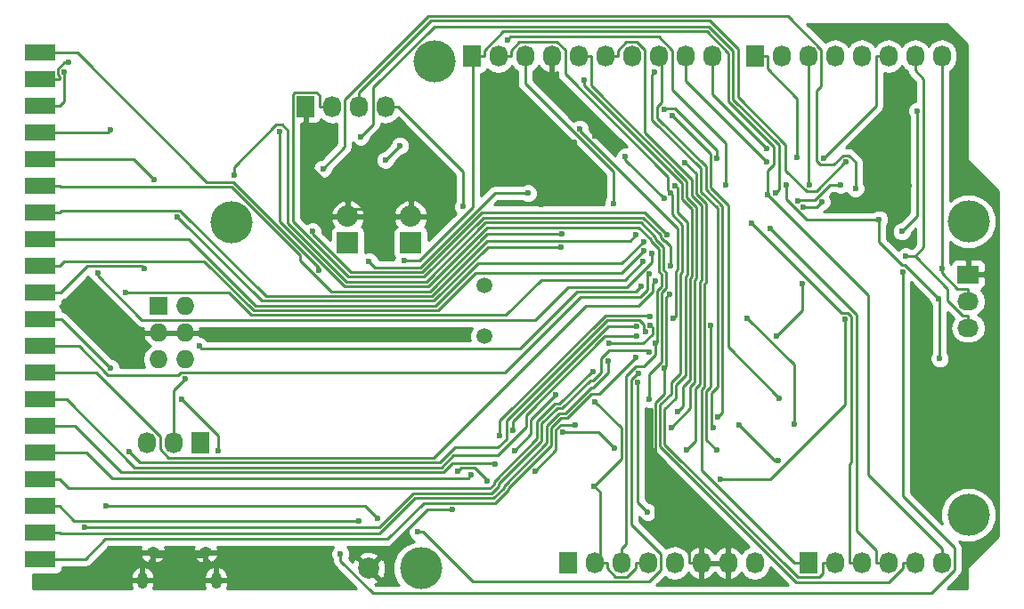
<source format=gbl>
%TF.GenerationSoftware,KiCad,Pcbnew,4.0.2+dfsg1-stable*%
%TF.CreationDate,2019-10-14T09:04:35+02:00*%
%TF.ProjectId,stduinof429,73746475696E6F663432392E6B696361,rev?*%
%TF.FileFunction,Copper,L2,Bot,Mixed*%
%FSLAX46Y46*%
G04 Gerber Fmt 4.6, Leading zero omitted, Abs format (unit mm)*
G04 Created by KiCad (PCBNEW 4.0.2+dfsg1-stable) date Mon 14 Oct 2019 09:04:35 CEST*
%MOMM*%
G01*
G04 APERTURE LIST*
%ADD10C,0.100000*%
%ADD11R,2.032000X2.032000*%
%ADD12O,2.032000X2.032000*%
%ADD13R,2.032000X1.727200*%
%ADD14O,2.032000X1.727200*%
%ADD15R,1.727200X2.032000*%
%ADD16O,1.727200X2.032000*%
%ADD17C,1.998980*%
%ADD18C,1.500000*%
%ADD19R,1.727200X1.727200*%
%ADD20O,1.727200X1.727200*%
%ADD21C,4.000000*%
%ADD22O,1.250000X0.950000*%
%ADD23O,1.000000X1.550000*%
%ADD24R,3.000000X1.524000*%
%ADD25C,0.600000*%
%ADD26C,0.250000*%
%ADD27C,0.254000*%
G04 APERTURE END LIST*
D10*
D11*
X117998000Y-93365000D03*
D12*
X117998000Y-90825000D03*
D11*
X123998000Y-93365000D03*
D12*
X123998000Y-90825000D03*
D13*
X176998000Y-96365000D03*
D14*
X176998000Y-98905000D03*
X176998000Y-101445000D03*
D15*
X113998000Y-80365000D03*
D16*
X116538000Y-80365000D03*
X119078000Y-80365000D03*
X121618000Y-80365000D03*
D17*
X119998000Y-124365000D03*
D18*
X130998000Y-97365000D03*
X130998000Y-102245000D03*
D19*
X99998000Y-99365000D03*
D20*
X102538000Y-99365000D03*
X99998000Y-101905000D03*
X102538000Y-101905000D03*
X99998000Y-104445000D03*
X102538000Y-104445000D03*
D15*
X138938000Y-123825000D03*
D16*
X141478000Y-123825000D03*
X144018000Y-123825000D03*
X146558000Y-123825000D03*
X149098000Y-123825000D03*
X151638000Y-123825000D03*
X154178000Y-123825000D03*
X156718000Y-123825000D03*
D15*
X161798000Y-123825000D03*
D16*
X164338000Y-123825000D03*
X166878000Y-123825000D03*
X169418000Y-123825000D03*
X171958000Y-123825000D03*
X174498000Y-123825000D03*
D15*
X129794000Y-75565000D03*
D16*
X132334000Y-75565000D03*
X134874000Y-75565000D03*
X137414000Y-75565000D03*
X139954000Y-75565000D03*
X142494000Y-75565000D03*
X145034000Y-75565000D03*
X147574000Y-75565000D03*
X150114000Y-75565000D03*
X152654000Y-75565000D03*
D15*
X156718000Y-75565000D03*
D16*
X159258000Y-75565000D03*
X161798000Y-75565000D03*
X164338000Y-75565000D03*
X166878000Y-75565000D03*
X169418000Y-75565000D03*
X171958000Y-75565000D03*
X174498000Y-75565000D03*
D21*
X124968000Y-124333000D03*
X177038000Y-119253000D03*
X126238000Y-76073000D03*
X177038000Y-91313000D03*
X106998000Y-91357000D03*
D22*
X99497100Y-122802460D03*
X104497100Y-122802460D03*
D23*
X98497100Y-125502460D03*
X105497100Y-125502460D03*
D15*
X103998000Y-112365000D03*
D16*
X101458000Y-112365000D03*
X98918000Y-112365000D03*
D24*
X88776000Y-123495000D03*
X88776000Y-120955000D03*
X88776000Y-118415000D03*
X88776000Y-115875000D03*
X88776000Y-113335000D03*
X88776000Y-110795000D03*
X88776000Y-108255000D03*
X88776000Y-105715000D03*
X88776000Y-103175000D03*
X88776000Y-100635000D03*
X88776000Y-98095000D03*
X88776000Y-95555000D03*
X88776000Y-93015000D03*
X88776000Y-90475000D03*
X88776000Y-87935000D03*
X88776000Y-85395000D03*
X88776000Y-82855000D03*
X88776000Y-80315000D03*
X88776000Y-77775000D03*
X88776000Y-75235000D03*
D25*
X133866300Y-113150100D03*
X137802800Y-107835700D03*
X171381200Y-87936300D03*
X169304600Y-85859700D03*
X148116000Y-105298300D03*
X127935800Y-118764200D03*
X135472000Y-86365000D03*
X139560200Y-83738300D03*
X141490700Y-83196300D03*
X136470300Y-89712000D03*
X148586500Y-98262500D03*
X102538000Y-106304600D03*
X147254400Y-102903200D03*
X111515600Y-82728200D03*
X172168200Y-80779400D03*
X170709100Y-92269500D03*
X174213900Y-98690300D03*
X168556600Y-91115000D03*
X128990100Y-89903500D03*
X141470900Y-116499300D03*
X141525000Y-108476700D03*
X155238100Y-110684900D03*
X159748000Y-87836200D03*
X158998000Y-114061900D03*
X174303100Y-104365000D03*
X174498000Y-95795100D03*
X171051500Y-94615000D03*
X148734700Y-88612100D03*
X123354600Y-95013000D03*
X157938600Y-88801600D03*
X148792300Y-110906400D03*
X150201500Y-113046700D03*
X140479300Y-77820800D03*
X149387700Y-109400400D03*
X153225500Y-109923400D03*
X157876800Y-85670400D03*
X157864800Y-84396700D03*
X160748000Y-85171700D03*
X161913600Y-87811700D03*
X163248000Y-85292500D03*
X115303200Y-95960900D03*
X142849900Y-102930000D03*
X146804100Y-101183000D03*
X152552400Y-101183000D03*
X153073300Y-113074200D03*
X107226500Y-86943400D03*
X146700300Y-108241500D03*
X148723600Y-95572700D03*
X165386100Y-85672900D03*
X145447400Y-92587000D03*
X138397300Y-92504900D03*
X99585600Y-87344100D03*
X101837800Y-90890200D03*
X138326600Y-93755600D03*
X145441900Y-104265600D03*
X142757800Y-104615000D03*
X119095600Y-119802100D03*
X145705200Y-105753600D03*
X124672100Y-120875000D03*
X141320800Y-105591400D03*
X129786600Y-115425100D03*
X132047900Y-114427700D03*
X135848300Y-115079800D03*
X139612500Y-110661100D03*
X147227100Y-77105200D03*
X152745100Y-110905400D03*
X92973800Y-120437100D03*
X146658400Y-103775000D03*
X95049100Y-118415000D03*
X120895500Y-119615700D03*
X140066600Y-82463900D03*
X148993500Y-100541900D03*
X156030300Y-100541900D03*
X160445500Y-110571300D03*
X148854800Y-81207800D03*
X159082800Y-108177000D03*
X97260800Y-113267700D03*
X146302400Y-101813300D03*
X128499200Y-115090100D03*
X131312200Y-116067100D03*
X153442500Y-115846800D03*
X165297500Y-100617400D03*
X146804100Y-100372800D03*
X132496500Y-111739800D03*
X133751600Y-111221100D03*
X145475600Y-101332500D03*
X103888100Y-103175000D03*
X145903500Y-97482100D03*
X145459200Y-102269200D03*
X158784600Y-102269200D03*
X161255600Y-97262000D03*
X147248900Y-96997600D03*
X146717300Y-96322200D03*
X95490200Y-105302100D03*
X102253400Y-108242700D03*
X105693200Y-113170600D03*
X117334900Y-122958400D03*
X170789600Y-96166100D03*
X96888300Y-98095000D03*
X146067900Y-95142800D03*
X146944100Y-94392500D03*
X94257500Y-96199700D03*
X114667000Y-92244100D03*
X148379300Y-92574600D03*
X161365500Y-89941500D03*
X163110100Y-89426800D03*
X115650800Y-86286300D03*
X166288400Y-88158600D03*
X98637300Y-95753200D03*
X120048700Y-95102900D03*
X135172100Y-88628000D03*
X160795400Y-89373700D03*
X164883000Y-87826800D03*
X146136500Y-94113800D03*
X146136900Y-93216200D03*
X91510000Y-76166800D03*
X148076900Y-80610700D03*
X153145800Y-85334900D03*
X91056600Y-77065600D03*
X133192200Y-74027900D03*
X154001700Y-87809400D03*
X95461200Y-82587800D03*
X119246300Y-83239000D03*
X158739000Y-88562600D03*
X144423200Y-85147700D03*
X148110000Y-89139000D03*
X121604100Y-85472600D03*
X122989400Y-84087300D03*
X138452800Y-111379600D03*
X143361600Y-112870300D03*
X146552100Y-118995300D03*
X145584600Y-106615000D03*
X150073400Y-85678100D03*
X149173400Y-87918200D03*
X156440900Y-91433100D03*
X158180400Y-91979000D03*
X143278600Y-89615000D03*
D26*
X104697700Y-123602800D02*
X104497100Y-123602800D01*
X105497100Y-124402200D02*
X104697700Y-123602800D01*
X105497100Y-125502500D02*
X105497100Y-124402200D01*
X99296500Y-123602800D02*
X99497100Y-123602800D01*
X98497100Y-124402200D02*
X99296500Y-123602800D01*
X98497100Y-125502500D02*
X98497100Y-124402200D01*
X99497100Y-123202600D02*
X104497100Y-123202600D01*
X99497100Y-122802500D02*
X99497100Y-123202600D01*
X99497100Y-123202600D02*
X99497100Y-123602800D01*
X104497100Y-122802500D02*
X104497100Y-123202600D01*
X104497100Y-123202600D02*
X104497100Y-123602800D01*
X117998000Y-90825000D02*
X117998000Y-90154300D01*
X117998000Y-90154300D02*
X117998000Y-89483700D01*
X121986000Y-90154300D02*
X122656700Y-90825000D01*
X117998000Y-90154300D02*
X121986000Y-90154300D01*
X123998000Y-90825000D02*
X122656700Y-90825000D01*
X125598800Y-118764200D02*
X127935800Y-118764200D01*
X119998000Y-124365000D02*
X125598800Y-118764200D01*
X135472000Y-86365000D02*
X136470300Y-86365000D01*
X136470300Y-89712000D02*
X136470300Y-86365000D01*
X136933500Y-86365000D02*
X139560200Y-83738300D01*
X136470300Y-86365000D02*
X136933500Y-86365000D01*
X150449100Y-122636100D02*
X150449100Y-123825000D01*
X147244100Y-119431100D02*
X150449100Y-122636100D01*
X147244100Y-108582300D02*
X147244100Y-119431100D01*
X148116000Y-107710400D02*
X147244100Y-108582300D01*
X148116000Y-105298300D02*
X148116000Y-107710400D01*
X151638000Y-123825000D02*
X150449100Y-123825000D01*
X135443900Y-111572500D02*
X133866300Y-113150100D01*
X135443900Y-110194600D02*
X135443900Y-111572500D01*
X137802800Y-107835700D02*
X135443900Y-110194600D01*
X137414000Y-78354400D02*
X137414000Y-75565000D01*
X141490700Y-82431100D02*
X137414000Y-78354400D01*
X141490700Y-83196300D02*
X141490700Y-82431100D01*
X117876100Y-89483700D02*
X117998000Y-89483700D01*
X113998000Y-85605600D02*
X117876100Y-89483700D01*
X113998000Y-80365000D02*
X113998000Y-85605600D01*
X171381200Y-87936300D02*
X169304600Y-85859700D01*
X148330100Y-105084200D02*
X148116000Y-105298300D01*
X148330100Y-98518900D02*
X148330100Y-105084200D01*
X148586500Y-98262500D02*
X148330100Y-98518900D01*
X101458000Y-112365000D02*
X101458000Y-111023700D01*
X101458000Y-107384600D02*
X102538000Y-106304600D01*
X101458000Y-111023700D02*
X101458000Y-107384600D01*
X144018000Y-123825000D02*
X144018000Y-122483700D01*
X147307500Y-102903200D02*
X147254400Y-102903200D01*
X147429500Y-102781200D02*
X147307500Y-102903200D01*
X147429500Y-97889300D02*
X147429500Y-102781200D01*
X147874300Y-97444500D02*
X147429500Y-97889300D01*
X147874300Y-96368400D02*
X147874300Y-97444500D01*
X147574300Y-96068400D02*
X147874300Y-96368400D01*
X147574300Y-93927700D02*
X147574300Y-96068400D01*
X146853400Y-93206800D02*
X147574300Y-93927700D01*
X146853400Y-93036600D02*
X146853400Y-93206800D01*
X145696200Y-91879400D02*
X146853400Y-93036600D01*
X131288600Y-91879400D02*
X145696200Y-91879400D01*
X125672100Y-97495900D02*
X131288600Y-91879400D01*
X117722800Y-97495900D02*
X125672100Y-97495900D01*
X111515600Y-91288700D02*
X117722800Y-97495900D01*
X111515600Y-82728200D02*
X111515600Y-91288700D01*
X144468300Y-122033400D02*
X144018000Y-122483700D01*
X144468300Y-106074900D02*
X144468300Y-122033400D01*
X145414900Y-105128300D02*
X144468300Y-106074900D01*
X146194200Y-105128300D02*
X145414900Y-105128300D01*
X147307500Y-104015000D02*
X146194200Y-105128300D01*
X147307500Y-102903200D02*
X147307500Y-104015000D01*
X172168200Y-90810400D02*
X170709100Y-92269500D01*
X172168200Y-80779400D02*
X172168200Y-90810400D01*
X142666900Y-124345100D02*
X142666900Y-123825000D01*
X143491400Y-125169600D02*
X142666900Y-124345100D01*
X144544600Y-125169600D02*
X143491400Y-125169600D01*
X145369100Y-124345100D02*
X144544600Y-125169600D01*
X145369100Y-123825000D02*
X145369100Y-124345100D01*
X146558000Y-123825000D02*
X145369100Y-123825000D01*
X121618000Y-80365000D02*
X122806900Y-80365000D01*
X141478000Y-123825000D02*
X141990400Y-123825000D01*
X141990400Y-123825000D02*
X142666900Y-123825000D01*
X141990400Y-117018800D02*
X141470900Y-116499300D01*
X141990400Y-123825000D02*
X141990400Y-117018800D01*
X144018000Y-110969700D02*
X141525000Y-108476700D01*
X144018000Y-113952200D02*
X144018000Y-110969700D01*
X141470900Y-116499300D02*
X144018000Y-113952200D01*
X128990100Y-86548200D02*
X128990100Y-89903500D01*
X122806900Y-80365000D02*
X128990100Y-86548200D01*
X159748000Y-89218500D02*
X159748000Y-87836200D01*
X161644500Y-91115000D02*
X159748000Y-89218500D01*
X168556600Y-91115000D02*
X161644500Y-91115000D01*
X158615100Y-114061900D02*
X158998000Y-114061900D01*
X155238100Y-110684900D02*
X158615100Y-114061900D01*
X168556600Y-93284500D02*
X168556600Y-91115000D01*
X170724300Y-95452200D02*
X168556600Y-93284500D01*
X170975800Y-95452200D02*
X170724300Y-95452200D01*
X174213900Y-98690300D02*
X170975800Y-95452200D01*
X174303100Y-98779500D02*
X174303100Y-104365000D01*
X174213900Y-98690300D02*
X174303100Y-98779500D01*
X176998000Y-98905000D02*
X176998000Y-97716100D01*
X174498000Y-75565000D02*
X174498000Y-95795100D01*
X175957700Y-97716100D02*
X176998000Y-97716100D01*
X174498000Y-96256400D02*
X175957700Y-97716100D01*
X174498000Y-95795100D02*
X174498000Y-96256400D01*
X176998000Y-101445000D02*
X176998000Y-100256100D01*
X175072500Y-97729500D02*
X171958000Y-94615000D01*
X175072500Y-98850700D02*
X175072500Y-97729500D01*
X176477900Y-100256100D02*
X175072500Y-98850700D01*
X176998000Y-100256100D02*
X176477900Y-100256100D01*
X171958000Y-75565000D02*
X171958000Y-76906300D01*
X172793500Y-77741800D02*
X171958000Y-76906300D01*
X172793500Y-93779500D02*
X172793500Y-77741800D01*
X171958000Y-94615000D02*
X172793500Y-93779500D01*
X171958000Y-94615000D02*
X171051500Y-94615000D01*
X171958000Y-123825000D02*
X170769100Y-123825000D01*
X132334000Y-75565000D02*
X133522900Y-75565000D01*
X133522900Y-75044900D02*
X133522900Y-75565000D01*
X134351500Y-74216300D02*
X133522900Y-75044900D01*
X137900400Y-74216300D02*
X134351500Y-74216300D01*
X138684000Y-74999900D02*
X137900400Y-74216300D01*
X138684000Y-77272700D02*
X138684000Y-74999900D01*
X148467500Y-87056200D02*
X138684000Y-77272700D01*
X148467500Y-88344900D02*
X148467500Y-87056200D01*
X148734700Y-88612100D02*
X148467500Y-88344900D01*
X148905100Y-88782500D02*
X148734700Y-88612100D01*
X148905100Y-90667600D02*
X148905100Y-88782500D01*
X149844300Y-91606800D02*
X148905100Y-90667600D01*
X149844400Y-91606800D02*
X149844300Y-91606800D01*
X149844400Y-96159600D02*
X149844400Y-91606800D01*
X149662100Y-96341900D02*
X149844400Y-96159600D01*
X149662100Y-105768800D02*
X149662100Y-96341900D01*
X148774900Y-106656000D02*
X149662100Y-105768800D01*
X148774900Y-107688500D02*
X148774900Y-106656000D01*
X147703100Y-108760300D02*
X148774900Y-107688500D01*
X147703100Y-112723400D02*
X147703100Y-108760300D01*
X160626500Y-125646800D02*
X147703100Y-112723400D01*
X169467400Y-125646800D02*
X160626500Y-125646800D01*
X170769100Y-124345100D02*
X169467400Y-125646800D01*
X170769100Y-123825000D02*
X170769100Y-124345100D01*
X174498000Y-123825000D02*
X174498000Y-122483700D01*
X129973000Y-75565000D02*
X130982900Y-75565000D01*
X129973000Y-75565000D02*
X129926700Y-75565000D01*
X129794000Y-75565000D02*
X129926700Y-75565000D01*
X124847300Y-95013000D02*
X123354600Y-95013000D01*
X129926700Y-89933600D02*
X124847300Y-95013000D01*
X129926700Y-75565000D02*
X129926700Y-89933600D01*
X167490300Y-98353300D02*
X157938600Y-88801600D01*
X167490300Y-115476000D02*
X167490300Y-98353300D01*
X174498000Y-122483700D02*
X167490300Y-115476000D01*
X130982900Y-75058800D02*
X130982900Y-75565000D01*
X132813000Y-73228700D02*
X130982900Y-75058800D01*
X152179900Y-73228700D02*
X132813000Y-73228700D01*
X154213200Y-75262000D02*
X152179900Y-73228700D01*
X154213200Y-79860700D02*
X154213200Y-75262000D01*
X158545500Y-84193000D02*
X154213200Y-79860700D01*
X158545500Y-85908400D02*
X158545500Y-84193000D01*
X157938600Y-86515300D02*
X158545500Y-85908400D01*
X157938600Y-88801600D02*
X157938600Y-86515300D01*
X139954000Y-75565000D02*
X141142900Y-75565000D01*
X141142900Y-78366300D02*
X141142900Y-75565000D01*
X150260700Y-87484100D02*
X141142900Y-78366300D01*
X150260700Y-89029300D02*
X150260700Y-87484100D01*
X151195300Y-89963900D02*
X150260700Y-89029300D01*
X151195300Y-96719400D02*
X151195300Y-89963900D01*
X151013000Y-96901700D02*
X151195300Y-96719400D01*
X151013000Y-106647000D02*
X151013000Y-96901700D01*
X150594100Y-107065900D02*
X151013000Y-106647000D01*
X150594100Y-109104600D02*
X150594100Y-107065900D01*
X148792300Y-110906400D02*
X150594100Y-109104600D01*
X142494000Y-75565000D02*
X143682900Y-75565000D01*
X143682900Y-75044900D02*
X143682900Y-75565000D01*
X144515400Y-74212400D02*
X143682900Y-75044900D01*
X145529600Y-74212400D02*
X144515400Y-74212400D01*
X146251300Y-74934100D02*
X145529600Y-74212400D01*
X146251300Y-82837800D02*
X146251300Y-74934100D01*
X150711000Y-87297500D02*
X146251300Y-82837800D01*
X150711000Y-88842700D02*
X150711000Y-87297500D01*
X151645600Y-89777300D02*
X150711000Y-88842700D01*
X151645600Y-96906000D02*
X151645600Y-89777300D01*
X151463300Y-97088300D02*
X151645600Y-96906000D01*
X151463300Y-106833600D02*
X151463300Y-97088300D01*
X151044400Y-107252500D02*
X151463300Y-106833600D01*
X151044400Y-112203800D02*
X151044400Y-107252500D01*
X150201500Y-113046700D02*
X151044400Y-112203800D01*
X140479300Y-78339600D02*
X140479300Y-77820800D01*
X149810400Y-87670700D02*
X140479300Y-78339600D01*
X149810400Y-89215900D02*
X149810400Y-87670700D01*
X150745000Y-90150500D02*
X149810400Y-89215900D01*
X150745000Y-96532800D02*
X150745000Y-90150500D01*
X150562700Y-96715100D02*
X150745000Y-96532800D01*
X150562700Y-106367000D02*
X150562700Y-96715100D01*
X149900600Y-107029100D02*
X150562700Y-106367000D01*
X149900600Y-108887500D02*
X149900600Y-107029100D01*
X149387700Y-109400400D02*
X149900600Y-108887500D01*
X153628000Y-109520900D02*
X153225500Y-109923400D01*
X153628000Y-89849000D02*
X153628000Y-109520900D01*
X152061900Y-88282900D02*
X153628000Y-89849000D01*
X152061900Y-86074000D02*
X152061900Y-88282900D01*
X147451600Y-81463700D02*
X152061900Y-86074000D01*
X147451600Y-80351700D02*
X147451600Y-81463700D01*
X147867100Y-79936200D02*
X147451600Y-80351700D01*
X147867100Y-75858100D02*
X147867100Y-79936200D01*
X147574000Y-75565000D02*
X147867100Y-75858100D01*
X150114000Y-75565000D02*
X150114000Y-76906300D01*
X150114000Y-77907600D02*
X150114000Y-76906300D01*
X157876800Y-85670400D02*
X150114000Y-77907600D01*
X152654000Y-79185900D02*
X157864800Y-84396700D01*
X152654000Y-75565000D02*
X152654000Y-79185900D01*
X160748000Y-79595000D02*
X160748000Y-85171700D01*
X157906900Y-76753900D02*
X160748000Y-79595000D01*
X157906900Y-75565000D02*
X157906900Y-76753900D01*
X156718000Y-75565000D02*
X157906900Y-75565000D01*
X161798000Y-87696100D02*
X161913600Y-87811700D01*
X161798000Y-75565000D02*
X161798000Y-87696100D01*
X168229100Y-80311400D02*
X163248000Y-85292500D01*
X168229100Y-75565000D02*
X168229100Y-80311400D01*
X169418000Y-75565000D02*
X168229100Y-75565000D01*
X88776000Y-75235000D02*
X90601300Y-75235000D01*
X152552400Y-107018300D02*
X152552400Y-101183000D01*
X152119600Y-107451100D02*
X152552400Y-107018300D01*
X152119600Y-112120500D02*
X152119600Y-107451100D01*
X153073300Y-113074200D02*
X152119600Y-112120500D01*
X115303200Y-95713200D02*
X115303200Y-95960900D01*
X107158700Y-87568700D02*
X115303200Y-95713200D01*
X104628800Y-87568700D02*
X107158700Y-87568700D01*
X92295100Y-75235000D02*
X104628800Y-87568700D01*
X90601300Y-75235000D02*
X92295100Y-75235000D01*
X146082800Y-102930000D02*
X142849900Y-102930000D01*
X146979200Y-102033600D02*
X146082800Y-102930000D01*
X146979200Y-101358100D02*
X146979200Y-102033600D01*
X146804100Y-101183000D02*
X146979200Y-101358100D01*
X146700300Y-105829700D02*
X146700300Y-108241500D01*
X147879800Y-104650200D02*
X146700300Y-105829700D01*
X147879800Y-98075900D02*
X147879800Y-104650200D01*
X148330100Y-97625600D02*
X147879800Y-98075900D01*
X148330100Y-96187300D02*
X148330100Y-97625600D01*
X148039400Y-95896600D02*
X148330100Y-96187300D01*
X148039400Y-93755800D02*
X148039400Y-95896600D01*
X148039300Y-93755800D02*
X148039400Y-93755800D01*
X147303700Y-93020200D02*
X148039300Y-93755800D01*
X147303700Y-92804900D02*
X147303700Y-93020200D01*
X145927900Y-91429100D02*
X147303700Y-92804900D01*
X131102000Y-91429100D02*
X145927900Y-91429100D01*
X125485500Y-97045600D02*
X131102000Y-91429100D01*
X117909400Y-97045600D02*
X125485500Y-97045600D01*
X112326700Y-91462900D02*
X117909400Y-97045600D01*
X112326700Y-82646100D02*
X112326700Y-91462900D01*
X111771500Y-82090900D02*
X112326700Y-82646100D01*
X111242300Y-82090900D02*
X111771500Y-82090900D01*
X107226500Y-86106700D02*
X111242300Y-82090900D01*
X107226500Y-86943400D02*
X107226500Y-86106700D01*
X116538000Y-80365000D02*
X115349100Y-80365000D01*
X148723600Y-93688800D02*
X148723600Y-95572700D01*
X148234700Y-93199900D02*
X148723600Y-93688800D01*
X148120300Y-93199900D02*
X148234700Y-93199900D01*
X147754000Y-92833600D02*
X148120300Y-93199900D01*
X147754000Y-92604700D02*
X147754000Y-92833600D01*
X146089600Y-90940300D02*
X147754000Y-92604700D01*
X130953900Y-90940300D02*
X146089600Y-90940300D01*
X125298900Y-96595300D02*
X130953900Y-90940300D01*
X118096000Y-96595300D02*
X125298900Y-96595300D01*
X112777100Y-91276400D02*
X118096000Y-96595300D01*
X112777100Y-79203300D02*
X112777100Y-91276400D01*
X112956800Y-79023600D02*
X112777100Y-79203300D01*
X115048000Y-79023600D02*
X112956800Y-79023600D01*
X115349100Y-79324700D02*
X115048000Y-79023600D01*
X115349100Y-80365000D02*
X115349100Y-79324700D01*
X119078000Y-80365000D02*
X119078000Y-79023700D01*
X125895600Y-72206100D02*
X119078000Y-79023700D01*
X152440500Y-72206100D02*
X125895600Y-72206100D01*
X155113800Y-74879400D02*
X152440500Y-72206100D01*
X155113800Y-79487500D02*
X155113800Y-74879400D01*
X159671900Y-84045600D02*
X155113800Y-79487500D01*
X159671900Y-86454900D02*
X159671900Y-84045600D01*
X161654100Y-88437100D02*
X159671900Y-86454900D01*
X162578600Y-88437100D02*
X161654100Y-88437100D01*
X165342800Y-85672900D02*
X162578600Y-88437100D01*
X165386100Y-85672900D02*
X165342800Y-85672900D01*
X88776000Y-90475000D02*
X90601300Y-90475000D01*
X144904200Y-93130200D02*
X145447400Y-92587000D01*
X131311600Y-93130200D02*
X144904200Y-93130200D01*
X126019800Y-98422000D02*
X131311600Y-93130200D01*
X110268000Y-98422000D02*
X126019800Y-98422000D01*
X102101000Y-90255000D02*
X110268000Y-98422000D01*
X90821300Y-90255000D02*
X102101000Y-90255000D01*
X90601300Y-90475000D02*
X90821300Y-90255000D01*
X88776000Y-87935000D02*
X90601300Y-87935000D01*
X131300000Y-92504900D02*
X138397300Y-92504900D01*
X125833200Y-97971700D02*
X131300000Y-92504900D01*
X116429700Y-97971700D02*
X125833200Y-97971700D01*
X113484800Y-95026800D02*
X116429700Y-97971700D01*
X113484800Y-94531700D02*
X113484800Y-95026800D01*
X106972100Y-88019000D02*
X113484800Y-94531700D01*
X90685300Y-88019000D02*
X106972100Y-88019000D01*
X90601300Y-87935000D02*
X90685300Y-88019000D01*
X131323100Y-93755600D02*
X138326600Y-93755600D01*
X126206400Y-98872300D02*
X131323100Y-93755600D01*
X109819900Y-98872300D02*
X126206400Y-98872300D01*
X101837800Y-90890200D02*
X109819900Y-98872300D01*
X97636500Y-85395000D02*
X99585600Y-87344100D01*
X88776000Y-85395000D02*
X97636500Y-85395000D01*
X141935900Y-107771600D02*
X145441900Y-104265600D01*
X141169900Y-107771600D02*
X141935900Y-107771600D01*
X138930600Y-110010900D02*
X141169900Y-107771600D01*
X138293700Y-110010900D02*
X138930600Y-110010900D01*
X137377200Y-110927400D02*
X138293700Y-110010900D01*
X137377200Y-112602700D02*
X137377200Y-110927400D01*
X133288400Y-116691500D02*
X137377200Y-112602700D01*
X133288400Y-116886000D02*
X133288400Y-116691500D01*
X132070100Y-118104300D02*
X133288400Y-116886000D01*
X125237600Y-118104300D02*
X132070100Y-118104300D01*
X121790100Y-121551800D02*
X125237600Y-118104300D01*
X94987600Y-121551800D02*
X121790100Y-121551800D01*
X93044400Y-123495000D02*
X94987600Y-121551800D01*
X88776000Y-123495000D02*
X93044400Y-123495000D01*
X88776000Y-120955000D02*
X90601300Y-120955000D01*
X142757800Y-105675900D02*
X142757800Y-104615000D01*
X141337600Y-107096100D02*
X142757800Y-105675900D01*
X141178200Y-107096100D02*
X141337600Y-107096100D01*
X138713700Y-109560600D02*
X141178200Y-107096100D01*
X138107100Y-109560600D02*
X138713700Y-109560600D01*
X136926900Y-110740800D02*
X138107100Y-109560600D01*
X136926900Y-112410000D02*
X136926900Y-110740800D01*
X132838100Y-116498800D02*
X136926900Y-112410000D01*
X132838100Y-116699400D02*
X132838100Y-116498800D01*
X131883600Y-117653900D02*
X132838100Y-116699400D01*
X124414300Y-117653900D02*
X131883600Y-117653900D01*
X121004200Y-121064000D02*
X124414300Y-117653900D01*
X90710300Y-121064000D02*
X121004200Y-121064000D01*
X90601300Y-120955000D02*
X90710300Y-121064000D01*
X91988400Y-119802100D02*
X119095600Y-119802100D01*
X90601300Y-118415000D02*
X91988400Y-119802100D01*
X88776000Y-118415000D02*
X90601300Y-118415000D01*
X125169100Y-120875000D02*
X124672100Y-120875000D01*
X129921400Y-125627300D02*
X125169100Y-120875000D01*
X146646700Y-125627300D02*
X129921400Y-125627300D01*
X147768700Y-124505300D02*
X146646700Y-125627300D01*
X147768700Y-122955900D02*
X147768700Y-124505300D01*
X144959200Y-120146400D02*
X147768700Y-122955900D01*
X144959200Y-106356000D02*
X144959200Y-120146400D01*
X145561600Y-105753600D02*
X144959200Y-106356000D01*
X145705200Y-105753600D02*
X145561600Y-105753600D01*
X88776000Y-115875000D02*
X90601300Y-115875000D01*
X141223500Y-105591400D02*
X141320800Y-105591400D01*
X138154900Y-108660000D02*
X141223500Y-105591400D01*
X137733900Y-108660000D02*
X138154900Y-108660000D01*
X136026300Y-110367600D02*
X137733900Y-108660000D01*
X136026300Y-112002900D02*
X136026300Y-110367600D01*
X131937500Y-116091700D02*
X136026300Y-112002900D01*
X131937500Y-116326200D02*
X131937500Y-116091700D01*
X131528900Y-116734800D02*
X131937500Y-116326200D01*
X91461100Y-116734800D02*
X131528900Y-116734800D01*
X90601300Y-115875000D02*
X91461100Y-116734800D01*
X129472400Y-115739300D02*
X129786600Y-115425100D01*
X95583100Y-115739300D02*
X129472400Y-115739300D01*
X93178800Y-113335000D02*
X95583100Y-115739300D01*
X88776000Y-113335000D02*
X93178800Y-113335000D01*
X131945200Y-114325000D02*
X132047900Y-114427700D01*
X128001300Y-114325000D02*
X131945200Y-114325000D01*
X127106200Y-115220100D02*
X128001300Y-114325000D01*
X96470200Y-115220100D02*
X127106200Y-115220100D01*
X92045100Y-110795000D02*
X96470200Y-115220100D01*
X88776000Y-110795000D02*
X92045100Y-110795000D01*
X137827500Y-113100600D02*
X135848300Y-115079800D01*
X137827500Y-111114000D02*
X137827500Y-113100600D01*
X138280400Y-110661100D02*
X137827500Y-111114000D01*
X139612500Y-110661100D02*
X138280400Y-110661100D01*
X152570000Y-110730300D02*
X152745100Y-110905400D01*
X152570000Y-107637600D02*
X152570000Y-110730300D01*
X153177700Y-107029900D02*
X152570000Y-107637600D01*
X153177700Y-90035600D02*
X153177700Y-107029900D01*
X151611600Y-88469500D02*
X153177700Y-90035600D01*
X151611600Y-86260600D02*
X151611600Y-88469500D01*
X146966500Y-81615500D02*
X151611600Y-86260600D01*
X146966500Y-77365800D02*
X146966500Y-81615500D01*
X147227100Y-77105200D02*
X146966500Y-77365800D01*
X146474200Y-103590800D02*
X146658400Y-103775000D01*
X142895300Y-103590800D02*
X146474200Y-103590800D01*
X142126900Y-104359200D02*
X142895300Y-103590800D01*
X142126900Y-105669900D02*
X142126900Y-104359200D01*
X141376000Y-106420800D02*
X142126900Y-105669900D01*
X141112200Y-106420800D02*
X141376000Y-106420800D01*
X138422700Y-109110300D02*
X141112200Y-106420800D01*
X137920500Y-109110300D02*
X138422700Y-109110300D01*
X136476600Y-110554200D02*
X137920500Y-109110300D01*
X136476600Y-112203800D02*
X136476600Y-110554200D01*
X132387800Y-116292600D02*
X136476600Y-112203800D01*
X132387800Y-116512800D02*
X132387800Y-116292600D01*
X131715500Y-117185100D02*
X132387800Y-116512800D01*
X124246100Y-117185100D02*
X131715500Y-117185100D01*
X120994100Y-120437100D02*
X124246100Y-117185100D01*
X92973800Y-120437100D02*
X120994100Y-120437100D01*
X119694800Y-118415000D02*
X120895500Y-119615700D01*
X95049100Y-118415000D02*
X119694800Y-118415000D01*
X160445500Y-104957100D02*
X156030300Y-100541900D01*
X160445500Y-110571300D02*
X160445500Y-104957100D01*
X140066600Y-82689600D02*
X140066600Y-82463900D01*
X149394100Y-92017100D02*
X140066600Y-82689600D01*
X149394100Y-95860200D02*
X149394100Y-92017100D01*
X149211800Y-96042500D02*
X149394100Y-95860200D01*
X149211800Y-100323600D02*
X149211800Y-96042500D01*
X148993500Y-100541900D02*
X149211800Y-100323600D01*
X154178300Y-103272500D02*
X159082800Y-108177000D01*
X154178300Y-89762300D02*
X154178300Y-103272500D01*
X152512200Y-88096200D02*
X154178300Y-89762300D01*
X152512200Y-84865200D02*
X152512200Y-88096200D01*
X148854800Y-81207800D02*
X152512200Y-84865200D01*
X146178800Y-101689700D02*
X146302400Y-101813300D01*
X146178800Y-101124200D02*
X146178800Y-101689700D01*
X145761700Y-100707100D02*
X146178800Y-101124200D01*
X142692800Y-100707100D02*
X145761700Y-100707100D01*
X133126300Y-110273600D02*
X142692800Y-100707100D01*
X133126300Y-112012600D02*
X133126300Y-110273600D01*
X132314300Y-112824600D02*
X133126300Y-112012600D01*
X128192500Y-112824600D02*
X132314300Y-112824600D01*
X126764800Y-114252300D02*
X128192500Y-112824600D01*
X98245400Y-114252300D02*
X126764800Y-114252300D01*
X97260800Y-113267700D02*
X98245400Y-114252300D01*
X131312200Y-115981800D02*
X131312200Y-116067100D01*
X130105800Y-114775400D02*
X131312200Y-115981800D01*
X128813900Y-114775400D02*
X130105800Y-114775400D01*
X128499200Y-115090100D02*
X128813900Y-114775400D01*
X158164700Y-115846800D02*
X153442500Y-115846800D01*
X165297500Y-108714000D02*
X158164700Y-115846800D01*
X165297500Y-100617400D02*
X165297500Y-108714000D01*
X146688100Y-100256800D02*
X146804100Y-100372800D01*
X142502800Y-100256800D02*
X146688100Y-100256800D01*
X132496500Y-110263100D02*
X142502800Y-100256800D01*
X132496500Y-111739800D02*
X132496500Y-110263100D01*
X142744500Y-101332500D02*
X145475600Y-101332500D01*
X133751600Y-110325400D02*
X142744500Y-101332500D01*
X133751600Y-111221100D02*
X133751600Y-110325400D01*
X145380300Y-98005300D02*
X145903500Y-97482100D01*
X139788300Y-98005300D02*
X145380300Y-98005300D01*
X134419400Y-103374200D02*
X139788300Y-98005300D01*
X104087300Y-103374200D02*
X134419400Y-103374200D01*
X103888100Y-103175000D02*
X104087300Y-103374200D01*
X161255600Y-99798200D02*
X158784600Y-102269200D01*
X161255600Y-97262000D02*
X161255600Y-99798200D01*
X91285100Y-108255000D02*
X88776000Y-108255000D01*
X97754900Y-114724800D02*
X91285100Y-108255000D01*
X126929300Y-114724800D02*
X97754900Y-114724800D01*
X128060900Y-113593200D02*
X126929300Y-114724800D01*
X132295800Y-113593200D02*
X128060900Y-113593200D01*
X134993600Y-110895400D02*
X132295800Y-113593200D01*
X134993600Y-109756500D02*
X134993600Y-110895400D01*
X142480900Y-102269200D02*
X134993600Y-109756500D01*
X145459200Y-102269200D02*
X142480900Y-102269200D01*
X94106900Y-105715000D02*
X88776000Y-105715000D01*
X100188000Y-111796100D02*
X94106900Y-105715000D01*
X100188000Y-112990100D02*
X100188000Y-111796100D01*
X100999800Y-113801900D02*
X100188000Y-112990100D01*
X126207500Y-113801900D02*
X100999800Y-113801900D01*
X140653300Y-99356100D02*
X126207500Y-113801900D01*
X145624100Y-99356100D02*
X140653300Y-99356100D01*
X146979200Y-98001000D02*
X145624100Y-99356100D01*
X146979200Y-97267300D02*
X146979200Y-98001000D01*
X147248900Y-96997600D02*
X146979200Y-97267300D01*
X92478700Y-103175000D02*
X88776000Y-103175000D01*
X95236600Y-105932900D02*
X92478700Y-103175000D01*
X101884200Y-105932900D02*
X95236600Y-105932900D01*
X102160500Y-105656600D02*
X101884200Y-105932900D01*
X132958100Y-105656600D02*
X102160500Y-105656600D01*
X140145600Y-98469100D02*
X132958100Y-105656600D01*
X145873100Y-98469100D02*
X140145600Y-98469100D01*
X146528900Y-97813300D02*
X145873100Y-98469100D01*
X146528900Y-96510600D02*
X146528900Y-97813300D01*
X146717300Y-96322200D02*
X146528900Y-96510600D01*
X170789600Y-117441100D02*
X170789600Y-96166100D01*
X175725200Y-122376700D02*
X170789600Y-117441100D01*
X175725200Y-124469500D02*
X175725200Y-122376700D01*
X173480900Y-126713800D02*
X175725200Y-124469500D01*
X120404700Y-126713800D02*
X173480900Y-126713800D01*
X117334900Y-123644000D02*
X120404700Y-126713800D01*
X117334900Y-122958400D02*
X117334900Y-123644000D01*
X105693200Y-111682500D02*
X105693200Y-113170600D01*
X102253400Y-108242700D02*
X105693200Y-111682500D01*
X90823100Y-100635000D02*
X95490200Y-105302100D01*
X88776000Y-100635000D02*
X90823100Y-100635000D01*
X144356200Y-96854500D02*
X146067900Y-95142800D01*
X136418100Y-96854500D02*
X144356200Y-96854500D01*
X133049400Y-100223200D02*
X136418100Y-96854500D01*
X108867300Y-100223200D02*
X133049400Y-100223200D01*
X106739100Y-98095000D02*
X108867300Y-100223200D01*
X96888300Y-98095000D02*
X106739100Y-98095000D01*
X146944100Y-95161000D02*
X146944100Y-94392500D01*
X144550100Y-97555000D02*
X146944100Y-95161000D01*
X138964800Y-97555000D02*
X144550100Y-97555000D01*
X135846300Y-100673500D02*
X138964800Y-97555000D01*
X98449900Y-100673500D02*
X135846300Y-100673500D01*
X94257500Y-96481100D02*
X98449900Y-100673500D01*
X94257500Y-96199700D02*
X94257500Y-96481100D01*
X162595400Y-89941500D02*
X161365500Y-89941500D01*
X163110100Y-89426800D02*
X162595400Y-89941500D01*
X114667100Y-92244100D02*
X114667000Y-92244100D01*
X114667100Y-92529500D02*
X114667100Y-92244100D01*
X118273700Y-96136100D02*
X114667100Y-92529500D01*
X125121200Y-96136100D02*
X118273700Y-96136100D01*
X130767400Y-90489900D02*
X125121200Y-96136100D01*
X146294600Y-90489900D02*
X130767400Y-90489900D01*
X148379300Y-92574600D02*
X146294600Y-90489900D01*
X117727000Y-84210100D02*
X115650800Y-86286300D01*
X117727000Y-79727400D02*
X117727000Y-84210100D01*
X125701100Y-71753300D02*
X117727000Y-79727400D01*
X159850500Y-71753300D02*
X125701100Y-71753300D01*
X163027300Y-74930100D02*
X159850500Y-71753300D01*
X163027300Y-78441900D02*
X163027300Y-74930100D01*
X162591000Y-78878200D02*
X163027300Y-78441900D01*
X162591000Y-85554000D02*
X162591000Y-78878200D01*
X162954900Y-85917900D02*
X162591000Y-85554000D01*
X164223600Y-85917900D02*
X162954900Y-85917900D01*
X165131400Y-85010100D02*
X164223600Y-85917900D01*
X165647400Y-85010100D02*
X165131400Y-85010100D01*
X166288400Y-85651100D02*
X165647400Y-85010100D01*
X166288400Y-88158600D02*
X166288400Y-85651100D01*
X98439100Y-95555000D02*
X98637300Y-95753200D01*
X93275200Y-95555000D02*
X98439100Y-95555000D01*
X90735200Y-98095000D02*
X93275200Y-95555000D01*
X88776000Y-98095000D02*
X90735200Y-98095000D01*
X120622700Y-95676900D02*
X120048700Y-95102900D01*
X124943500Y-95676900D02*
X120622700Y-95676900D01*
X131992400Y-88628000D02*
X124943500Y-95676900D01*
X135172100Y-88628000D02*
X131992400Y-88628000D01*
X160923000Y-89246100D02*
X160795400Y-89373700D01*
X162406500Y-89246100D02*
X160923000Y-89246100D01*
X163825800Y-87826800D02*
X162406500Y-89246100D01*
X164883000Y-87826800D02*
X163825800Y-87826800D01*
X88776000Y-95555000D02*
X90601300Y-95555000D01*
X144046200Y-96204100D02*
X146136500Y-94113800D01*
X130148400Y-96204100D02*
X144046200Y-96204100D01*
X126579600Y-99772900D02*
X130148400Y-96204100D01*
X109054000Y-99772900D02*
X126579600Y-99772900D01*
X104385800Y-95104700D02*
X109054000Y-99772900D01*
X91051600Y-95104700D02*
X104385800Y-95104700D01*
X90601300Y-95555000D02*
X91051600Y-95104700D01*
X144043600Y-95309500D02*
X146136900Y-93216200D01*
X130406100Y-95309500D02*
X144043600Y-95309500D01*
X126393000Y-99322600D02*
X130406100Y-95309500D01*
X109240600Y-99322600D02*
X126393000Y-99322600D01*
X102933000Y-93015000D02*
X109240600Y-99322600D01*
X88776000Y-93015000D02*
X102933000Y-93015000D01*
X153145800Y-84545700D02*
X153145800Y-85334900D01*
X149142400Y-80542300D02*
X153145800Y-84545700D01*
X148145300Y-80542300D02*
X149142400Y-80542300D01*
X148076900Y-80610700D02*
X148145300Y-80542300D01*
X88776000Y-77775000D02*
X90601300Y-77775000D01*
X91071100Y-76166800D02*
X91510000Y-76166800D01*
X90431300Y-76806600D02*
X91071100Y-76166800D01*
X90431300Y-77324600D02*
X90431300Y-76806600D01*
X90601300Y-77494600D02*
X90431300Y-77324600D01*
X90601300Y-77775000D02*
X90601300Y-77494600D01*
X91056600Y-79859700D02*
X91056600Y-77065600D01*
X90601300Y-80315000D02*
X91056600Y-79859700D01*
X154001700Y-83827900D02*
X154001700Y-87809400D01*
X148920800Y-78747000D02*
X154001700Y-83827900D01*
X148920800Y-75078000D02*
X148920800Y-78747000D01*
X147573800Y-73731000D02*
X148920800Y-75078000D01*
X133489100Y-73731000D02*
X147573800Y-73731000D01*
X133192200Y-74027900D02*
X133489100Y-73731000D01*
X88776000Y-80315000D02*
X90601300Y-80315000D01*
X95194000Y-82855000D02*
X95461200Y-82587800D01*
X88776000Y-82855000D02*
X95194000Y-82855000D01*
X159041200Y-88260400D02*
X158739000Y-88562600D01*
X159041200Y-84051800D02*
X159041200Y-88260400D01*
X154663500Y-79674100D02*
X159041200Y-84051800D01*
X154663500Y-75066000D02*
X154663500Y-79674100D01*
X152329200Y-72731700D02*
X154663500Y-75066000D01*
X126233400Y-72731700D02*
X152329200Y-72731700D01*
X120409000Y-78556100D02*
X126233400Y-72731700D01*
X120409000Y-82076300D02*
X120409000Y-78556100D01*
X119246300Y-83239000D02*
X120409000Y-82076300D01*
X144423200Y-85452200D02*
X148110000Y-89139000D01*
X144423200Y-85147700D02*
X144423200Y-85452200D01*
X122989400Y-84087300D02*
X121604100Y-85472600D01*
X141870900Y-111379600D02*
X138452800Y-111379600D01*
X143361600Y-112870300D02*
X141870900Y-111379600D01*
X145584600Y-118027800D02*
X145584600Y-106615000D01*
X146552100Y-118995300D02*
X145584600Y-118027800D01*
X161798000Y-123825000D02*
X160609100Y-123825000D01*
X151161300Y-86766000D02*
X150073400Y-85678100D01*
X151161300Y-88656100D02*
X151161300Y-86766000D01*
X152095900Y-89590700D02*
X151161300Y-88656100D01*
X152095900Y-97092600D02*
X152095900Y-89590700D01*
X151913600Y-97274900D02*
X152095900Y-97092600D01*
X151913600Y-107020200D02*
X151913600Y-97274900D01*
X151665300Y-107268500D02*
X151913600Y-107020200D01*
X151665300Y-114975600D02*
X151665300Y-107268500D01*
X160514700Y-123825000D02*
X151665300Y-114975600D01*
X160609100Y-123825000D02*
X160514700Y-123825000D01*
X164338000Y-123825000D02*
X163149100Y-123825000D01*
X149360100Y-88104900D02*
X149173400Y-87918200D01*
X149360100Y-90485700D02*
X149360100Y-88104900D01*
X149360200Y-90485700D02*
X149360100Y-90485700D01*
X150294700Y-91420200D02*
X149360200Y-90485700D01*
X150294700Y-96346200D02*
X150294700Y-91420200D01*
X150112400Y-96528500D02*
X150294700Y-96346200D01*
X150112400Y-105955600D02*
X150112400Y-96528500D01*
X149225200Y-106842800D02*
X150112400Y-105955600D01*
X149225200Y-108116500D02*
X149225200Y-106842800D01*
X148153800Y-109187900D02*
X149225200Y-108116500D01*
X148153800Y-112520500D02*
X148153800Y-109187900D01*
X160799700Y-125166400D02*
X148153800Y-112520500D01*
X162848000Y-125166400D02*
X160799700Y-125166400D01*
X163149100Y-124865300D02*
X162848000Y-125166400D01*
X163149100Y-123825000D02*
X163149100Y-124865300D01*
X166878000Y-123825000D02*
X165689100Y-123825000D01*
X164999900Y-99992100D02*
X156440900Y-91433100D01*
X165556600Y-99992100D02*
X164999900Y-99992100D01*
X165922800Y-100358300D02*
X165556600Y-99992100D01*
X165922800Y-114223900D02*
X165922800Y-100358300D01*
X165689100Y-114457600D02*
X165922800Y-114223900D01*
X165689100Y-123825000D02*
X165689100Y-114457600D01*
X169418000Y-123825000D02*
X168229100Y-123825000D01*
X166373100Y-100171700D02*
X158180400Y-91979000D01*
X166373100Y-120780100D02*
X166373100Y-100171700D01*
X168229100Y-122636100D02*
X166373100Y-120780100D01*
X168229100Y-123825000D02*
X168229100Y-122636100D01*
X134874000Y-75565000D02*
X134874000Y-76906300D01*
X143278600Y-86572000D02*
X143278600Y-89615000D01*
X134874000Y-78167400D02*
X143278600Y-86572000D01*
X134874000Y-76906300D02*
X134874000Y-78167400D01*
D27*
G36*
X176871000Y-74417606D02*
X176871000Y-85365000D01*
X176881006Y-85414410D01*
X176908197Y-85454803D01*
X179871000Y-88417606D01*
X179871000Y-121312394D01*
X176908197Y-124275197D01*
X176880334Y-124317211D01*
X176871000Y-124365000D01*
X176871000Y-126238000D01*
X175031502Y-126238000D01*
X176262601Y-125006902D01*
X176427347Y-124760340D01*
X176427348Y-124760339D01*
X176485200Y-124469500D01*
X176485200Y-122376700D01*
X176429902Y-122098699D01*
X176427348Y-122085860D01*
X176262601Y-121839299D01*
X176168312Y-121745010D01*
X176511567Y-121887542D01*
X177559834Y-121888457D01*
X178528658Y-121488147D01*
X179270542Y-120747557D01*
X179672542Y-119779433D01*
X179673457Y-118731166D01*
X179273147Y-117762342D01*
X178532557Y-117020458D01*
X177564433Y-116618458D01*
X176516166Y-116617543D01*
X175547342Y-117017853D01*
X174805458Y-117758443D01*
X174403458Y-118726567D01*
X174402543Y-119774834D01*
X174546473Y-120123171D01*
X171549600Y-117126298D01*
X171549600Y-97100802D01*
X173278778Y-98829980D01*
X173278738Y-98875467D01*
X173420783Y-99219243D01*
X173543100Y-99341774D01*
X173543100Y-103802537D01*
X173510908Y-103834673D01*
X173368262Y-104178201D01*
X173367938Y-104550167D01*
X173509983Y-104893943D01*
X173772773Y-105157192D01*
X174116301Y-105299838D01*
X174488267Y-105300162D01*
X174832043Y-105158117D01*
X175095292Y-104895327D01*
X175237938Y-104551799D01*
X175238262Y-104179833D01*
X175096217Y-103836057D01*
X175063100Y-103802882D01*
X175063100Y-99916102D01*
X175664962Y-100517964D01*
X175428729Y-100871511D01*
X175314655Y-101445000D01*
X175428729Y-102018489D01*
X175753585Y-102504670D01*
X176239766Y-102829526D01*
X176813255Y-102943600D01*
X177182745Y-102943600D01*
X177756234Y-102829526D01*
X178242415Y-102504670D01*
X178567271Y-102018489D01*
X178681345Y-101445000D01*
X178567271Y-100871511D01*
X178242415Y-100385330D01*
X177927634Y-100175000D01*
X178242415Y-99964670D01*
X178567271Y-99478489D01*
X178681345Y-98905000D01*
X178567271Y-98331511D01*
X178242415Y-97845330D01*
X178220220Y-97830500D01*
X178373698Y-97766927D01*
X178552327Y-97588299D01*
X178649000Y-97354910D01*
X178649000Y-96650750D01*
X178490250Y-96492000D01*
X177125000Y-96492000D01*
X177125000Y-96512000D01*
X176871000Y-96512000D01*
X176871000Y-96492000D01*
X176851000Y-96492000D01*
X176851000Y-96238000D01*
X176871000Y-96238000D01*
X176871000Y-95025150D01*
X177125000Y-95025150D01*
X177125000Y-96238000D01*
X178490250Y-96238000D01*
X178649000Y-96079250D01*
X178649000Y-95375090D01*
X178552327Y-95141701D01*
X178373698Y-94963073D01*
X178140309Y-94866400D01*
X177283750Y-94866400D01*
X177125000Y-95025150D01*
X176871000Y-95025150D01*
X176712250Y-94866400D01*
X175855691Y-94866400D01*
X175622302Y-94963073D01*
X175443673Y-95141701D01*
X175347000Y-95375090D01*
X175347000Y-95401405D01*
X175291117Y-95266157D01*
X175258000Y-95232982D01*
X175258000Y-93259600D01*
X175543443Y-93545542D01*
X176511567Y-93947542D01*
X177559834Y-93948457D01*
X178528658Y-93548147D01*
X179270542Y-92807557D01*
X179672542Y-91839433D01*
X179673457Y-90791166D01*
X179273147Y-89822342D01*
X178532557Y-89080458D01*
X177564433Y-88678458D01*
X176516166Y-88677543D01*
X175547342Y-89077853D01*
X175258000Y-89366690D01*
X175258000Y-77009648D01*
X175557670Y-76809415D01*
X175882526Y-76323234D01*
X175996600Y-75749745D01*
X175996600Y-75380255D01*
X175882526Y-74806766D01*
X175557670Y-74320585D01*
X175071489Y-73995729D01*
X174498000Y-73881655D01*
X173924511Y-73995729D01*
X173438330Y-74320585D01*
X173228000Y-74635366D01*
X173017670Y-74320585D01*
X172531489Y-73995729D01*
X171958000Y-73881655D01*
X171384511Y-73995729D01*
X170898330Y-74320585D01*
X170688000Y-74635366D01*
X170477670Y-74320585D01*
X169991489Y-73995729D01*
X169418000Y-73881655D01*
X168844511Y-73995729D01*
X168358330Y-74320585D01*
X168148000Y-74635366D01*
X167937670Y-74320585D01*
X167451489Y-73995729D01*
X166878000Y-73881655D01*
X166304511Y-73995729D01*
X165818330Y-74320585D01*
X165608000Y-74635366D01*
X165397670Y-74320585D01*
X164911489Y-73995729D01*
X164338000Y-73881655D01*
X163764511Y-73995729D01*
X163406768Y-74234766D01*
X161664002Y-72492000D01*
X174945394Y-72492000D01*
X176871000Y-74417606D01*
X176871000Y-74417606D01*
G37*
X176871000Y-74417606D02*
X176871000Y-85365000D01*
X176881006Y-85414410D01*
X176908197Y-85454803D01*
X179871000Y-88417606D01*
X179871000Y-121312394D01*
X176908197Y-124275197D01*
X176880334Y-124317211D01*
X176871000Y-124365000D01*
X176871000Y-126238000D01*
X175031502Y-126238000D01*
X176262601Y-125006902D01*
X176427347Y-124760340D01*
X176427348Y-124760339D01*
X176485200Y-124469500D01*
X176485200Y-122376700D01*
X176429902Y-122098699D01*
X176427348Y-122085860D01*
X176262601Y-121839299D01*
X176168312Y-121745010D01*
X176511567Y-121887542D01*
X177559834Y-121888457D01*
X178528658Y-121488147D01*
X179270542Y-120747557D01*
X179672542Y-119779433D01*
X179673457Y-118731166D01*
X179273147Y-117762342D01*
X178532557Y-117020458D01*
X177564433Y-116618458D01*
X176516166Y-116617543D01*
X175547342Y-117017853D01*
X174805458Y-117758443D01*
X174403458Y-118726567D01*
X174402543Y-119774834D01*
X174546473Y-120123171D01*
X171549600Y-117126298D01*
X171549600Y-97100802D01*
X173278778Y-98829980D01*
X173278738Y-98875467D01*
X173420783Y-99219243D01*
X173543100Y-99341774D01*
X173543100Y-103802537D01*
X173510908Y-103834673D01*
X173368262Y-104178201D01*
X173367938Y-104550167D01*
X173509983Y-104893943D01*
X173772773Y-105157192D01*
X174116301Y-105299838D01*
X174488267Y-105300162D01*
X174832043Y-105158117D01*
X175095292Y-104895327D01*
X175237938Y-104551799D01*
X175238262Y-104179833D01*
X175096217Y-103836057D01*
X175063100Y-103802882D01*
X175063100Y-99916102D01*
X175664962Y-100517964D01*
X175428729Y-100871511D01*
X175314655Y-101445000D01*
X175428729Y-102018489D01*
X175753585Y-102504670D01*
X176239766Y-102829526D01*
X176813255Y-102943600D01*
X177182745Y-102943600D01*
X177756234Y-102829526D01*
X178242415Y-102504670D01*
X178567271Y-102018489D01*
X178681345Y-101445000D01*
X178567271Y-100871511D01*
X178242415Y-100385330D01*
X177927634Y-100175000D01*
X178242415Y-99964670D01*
X178567271Y-99478489D01*
X178681345Y-98905000D01*
X178567271Y-98331511D01*
X178242415Y-97845330D01*
X178220220Y-97830500D01*
X178373698Y-97766927D01*
X178552327Y-97588299D01*
X178649000Y-97354910D01*
X178649000Y-96650750D01*
X178490250Y-96492000D01*
X177125000Y-96492000D01*
X177125000Y-96512000D01*
X176871000Y-96512000D01*
X176871000Y-96492000D01*
X176851000Y-96492000D01*
X176851000Y-96238000D01*
X176871000Y-96238000D01*
X176871000Y-95025150D01*
X177125000Y-95025150D01*
X177125000Y-96238000D01*
X178490250Y-96238000D01*
X178649000Y-96079250D01*
X178649000Y-95375090D01*
X178552327Y-95141701D01*
X178373698Y-94963073D01*
X178140309Y-94866400D01*
X177283750Y-94866400D01*
X177125000Y-95025150D01*
X176871000Y-95025150D01*
X176712250Y-94866400D01*
X175855691Y-94866400D01*
X175622302Y-94963073D01*
X175443673Y-95141701D01*
X175347000Y-95375090D01*
X175347000Y-95401405D01*
X175291117Y-95266157D01*
X175258000Y-95232982D01*
X175258000Y-93259600D01*
X175543443Y-93545542D01*
X176511567Y-93947542D01*
X177559834Y-93948457D01*
X178528658Y-93548147D01*
X179270542Y-92807557D01*
X179672542Y-91839433D01*
X179673457Y-90791166D01*
X179273147Y-89822342D01*
X178532557Y-89080458D01*
X177564433Y-88678458D01*
X176516166Y-88677543D01*
X175547342Y-89077853D01*
X175258000Y-89366690D01*
X175258000Y-77009648D01*
X175557670Y-76809415D01*
X175882526Y-76323234D01*
X175996600Y-75749745D01*
X175996600Y-75380255D01*
X175882526Y-74806766D01*
X175557670Y-74320585D01*
X175071489Y-73995729D01*
X174498000Y-73881655D01*
X173924511Y-73995729D01*
X173438330Y-74320585D01*
X173228000Y-74635366D01*
X173017670Y-74320585D01*
X172531489Y-73995729D01*
X171958000Y-73881655D01*
X171384511Y-73995729D01*
X170898330Y-74320585D01*
X170688000Y-74635366D01*
X170477670Y-74320585D01*
X169991489Y-73995729D01*
X169418000Y-73881655D01*
X168844511Y-73995729D01*
X168358330Y-74320585D01*
X168148000Y-74635366D01*
X167937670Y-74320585D01*
X167451489Y-73995729D01*
X166878000Y-73881655D01*
X166304511Y-73995729D01*
X165818330Y-74320585D01*
X165608000Y-74635366D01*
X165397670Y-74320585D01*
X164911489Y-73995729D01*
X164338000Y-73881655D01*
X163764511Y-73995729D01*
X163406768Y-74234766D01*
X161664002Y-72492000D01*
X174945394Y-72492000D01*
X176871000Y-74417606D01*
G36*
X98277832Y-122504522D02*
X98404366Y-122675460D01*
X99370100Y-122675460D01*
X99370100Y-122655460D01*
X99624100Y-122655460D01*
X99624100Y-122675460D01*
X100589834Y-122675460D01*
X100716368Y-122504522D01*
X100621670Y-122311800D01*
X103372530Y-122311800D01*
X103277832Y-122504522D01*
X103404366Y-122675460D01*
X104370100Y-122675460D01*
X104370100Y-122655460D01*
X104624100Y-122655460D01*
X104624100Y-122675460D01*
X105589834Y-122675460D01*
X105716368Y-122504522D01*
X105621670Y-122311800D01*
X116659184Y-122311800D01*
X116542708Y-122428073D01*
X116400062Y-122771601D01*
X116399738Y-123143567D01*
X116541783Y-123487343D01*
X116574900Y-123520518D01*
X116574900Y-123644000D01*
X116632752Y-123934839D01*
X116797499Y-124181401D01*
X118854098Y-126238000D01*
X106526073Y-126238000D01*
X106632100Y-125904460D01*
X106632100Y-125629460D01*
X105624100Y-125629460D01*
X105624100Y-125649460D01*
X105370100Y-125649460D01*
X105370100Y-125629460D01*
X104362100Y-125629460D01*
X104362100Y-125904460D01*
X104468127Y-126238000D01*
X99526073Y-126238000D01*
X99632100Y-125904460D01*
X99632100Y-125629460D01*
X98624100Y-125629460D01*
X98624100Y-125649460D01*
X98370100Y-125649460D01*
X98370100Y-125629460D01*
X97362100Y-125629460D01*
X97362100Y-125904460D01*
X97468127Y-126238000D01*
X88125000Y-126238000D01*
X88125000Y-125100460D01*
X97362100Y-125100460D01*
X97362100Y-125375460D01*
X98370100Y-125375460D01*
X98370100Y-124259506D01*
X98624100Y-124259506D01*
X98624100Y-125375460D01*
X99632100Y-125375460D01*
X99632100Y-125100460D01*
X104362100Y-125100460D01*
X104362100Y-125375460D01*
X105370100Y-125375460D01*
X105370100Y-124259506D01*
X105624100Y-124259506D01*
X105624100Y-125375460D01*
X106632100Y-125375460D01*
X106632100Y-125100460D01*
X106497102Y-124675782D01*
X106209863Y-124335092D01*
X105798974Y-124133341D01*
X105624100Y-124259506D01*
X105370100Y-124259506D01*
X105195226Y-124133341D01*
X104784337Y-124335092D01*
X104497098Y-124675782D01*
X104362100Y-125100460D01*
X99632100Y-125100460D01*
X99497102Y-124675782D01*
X99209863Y-124335092D01*
X98798974Y-124133341D01*
X98624100Y-124259506D01*
X98370100Y-124259506D01*
X98195226Y-124133341D01*
X97784337Y-124335092D01*
X97497098Y-124675782D01*
X97362100Y-125100460D01*
X88125000Y-125100460D01*
X88125000Y-124904440D01*
X90276000Y-124904440D01*
X90511317Y-124860162D01*
X90727441Y-124721090D01*
X90872431Y-124508890D01*
X90923440Y-124257000D01*
X90923440Y-124255000D01*
X93044400Y-124255000D01*
X93335239Y-124197148D01*
X93581801Y-124032401D01*
X94513804Y-123100398D01*
X98277832Y-123100398D01*
X98461548Y-123474281D01*
X98786051Y-123762028D01*
X99195969Y-123903689D01*
X99370100Y-123755023D01*
X99370100Y-122929460D01*
X99624100Y-122929460D01*
X99624100Y-123755023D01*
X99798231Y-123903689D01*
X100208149Y-123762028D01*
X100532652Y-123474281D01*
X100716368Y-123100398D01*
X103277832Y-123100398D01*
X103461548Y-123474281D01*
X103786051Y-123762028D01*
X104195969Y-123903689D01*
X104370100Y-123755023D01*
X104370100Y-122929460D01*
X104624100Y-122929460D01*
X104624100Y-123755023D01*
X104798231Y-123903689D01*
X105208149Y-123762028D01*
X105532652Y-123474281D01*
X105716368Y-123100398D01*
X105589834Y-122929460D01*
X104624100Y-122929460D01*
X104370100Y-122929460D01*
X103404366Y-122929460D01*
X103277832Y-123100398D01*
X100716368Y-123100398D01*
X100589834Y-122929460D01*
X99624100Y-122929460D01*
X99370100Y-122929460D01*
X98404366Y-122929460D01*
X98277832Y-123100398D01*
X94513804Y-123100398D01*
X95302402Y-122311800D01*
X98372530Y-122311800D01*
X98277832Y-122504522D01*
X98277832Y-122504522D01*
G37*
X98277832Y-122504522D02*
X98404366Y-122675460D01*
X99370100Y-122675460D01*
X99370100Y-122655460D01*
X99624100Y-122655460D01*
X99624100Y-122675460D01*
X100589834Y-122675460D01*
X100716368Y-122504522D01*
X100621670Y-122311800D01*
X103372530Y-122311800D01*
X103277832Y-122504522D01*
X103404366Y-122675460D01*
X104370100Y-122675460D01*
X104370100Y-122655460D01*
X104624100Y-122655460D01*
X104624100Y-122675460D01*
X105589834Y-122675460D01*
X105716368Y-122504522D01*
X105621670Y-122311800D01*
X116659184Y-122311800D01*
X116542708Y-122428073D01*
X116400062Y-122771601D01*
X116399738Y-123143567D01*
X116541783Y-123487343D01*
X116574900Y-123520518D01*
X116574900Y-123644000D01*
X116632752Y-123934839D01*
X116797499Y-124181401D01*
X118854098Y-126238000D01*
X106526073Y-126238000D01*
X106632100Y-125904460D01*
X106632100Y-125629460D01*
X105624100Y-125629460D01*
X105624100Y-125649460D01*
X105370100Y-125649460D01*
X105370100Y-125629460D01*
X104362100Y-125629460D01*
X104362100Y-125904460D01*
X104468127Y-126238000D01*
X99526073Y-126238000D01*
X99632100Y-125904460D01*
X99632100Y-125629460D01*
X98624100Y-125629460D01*
X98624100Y-125649460D01*
X98370100Y-125649460D01*
X98370100Y-125629460D01*
X97362100Y-125629460D01*
X97362100Y-125904460D01*
X97468127Y-126238000D01*
X88125000Y-126238000D01*
X88125000Y-125100460D01*
X97362100Y-125100460D01*
X97362100Y-125375460D01*
X98370100Y-125375460D01*
X98370100Y-124259506D01*
X98624100Y-124259506D01*
X98624100Y-125375460D01*
X99632100Y-125375460D01*
X99632100Y-125100460D01*
X104362100Y-125100460D01*
X104362100Y-125375460D01*
X105370100Y-125375460D01*
X105370100Y-124259506D01*
X105624100Y-124259506D01*
X105624100Y-125375460D01*
X106632100Y-125375460D01*
X106632100Y-125100460D01*
X106497102Y-124675782D01*
X106209863Y-124335092D01*
X105798974Y-124133341D01*
X105624100Y-124259506D01*
X105370100Y-124259506D01*
X105195226Y-124133341D01*
X104784337Y-124335092D01*
X104497098Y-124675782D01*
X104362100Y-125100460D01*
X99632100Y-125100460D01*
X99497102Y-124675782D01*
X99209863Y-124335092D01*
X98798974Y-124133341D01*
X98624100Y-124259506D01*
X98370100Y-124259506D01*
X98195226Y-124133341D01*
X97784337Y-124335092D01*
X97497098Y-124675782D01*
X97362100Y-125100460D01*
X88125000Y-125100460D01*
X88125000Y-124904440D01*
X90276000Y-124904440D01*
X90511317Y-124860162D01*
X90727441Y-124721090D01*
X90872431Y-124508890D01*
X90923440Y-124257000D01*
X90923440Y-124255000D01*
X93044400Y-124255000D01*
X93335239Y-124197148D01*
X93581801Y-124032401D01*
X94513804Y-123100398D01*
X98277832Y-123100398D01*
X98461548Y-123474281D01*
X98786051Y-123762028D01*
X99195969Y-123903689D01*
X99370100Y-123755023D01*
X99370100Y-122929460D01*
X99624100Y-122929460D01*
X99624100Y-123755023D01*
X99798231Y-123903689D01*
X100208149Y-123762028D01*
X100532652Y-123474281D01*
X100716368Y-123100398D01*
X103277832Y-123100398D01*
X103461548Y-123474281D01*
X103786051Y-123762028D01*
X104195969Y-123903689D01*
X104370100Y-123755023D01*
X104370100Y-122929460D01*
X104624100Y-122929460D01*
X104624100Y-123755023D01*
X104798231Y-123903689D01*
X105208149Y-123762028D01*
X105532652Y-123474281D01*
X105716368Y-123100398D01*
X105589834Y-122929460D01*
X104624100Y-122929460D01*
X104370100Y-122929460D01*
X103404366Y-122929460D01*
X103277832Y-123100398D01*
X100716368Y-123100398D01*
X100589834Y-122929460D01*
X99624100Y-122929460D01*
X99370100Y-122929460D01*
X98404366Y-122929460D01*
X98277832Y-123100398D01*
X94513804Y-123100398D01*
X95302402Y-122311800D01*
X98372530Y-122311800D01*
X98277832Y-122504522D01*
G36*
X146513501Y-109176338D02*
X146885467Y-109176662D01*
X146943100Y-109152849D01*
X146943100Y-112723400D01*
X147000952Y-113014239D01*
X147165699Y-113260801D01*
X156157953Y-122253055D01*
X156144511Y-122255729D01*
X155658330Y-122580585D01*
X155451539Y-122890069D01*
X155080036Y-122474268D01*
X154552791Y-122220291D01*
X154537026Y-122217642D01*
X154305000Y-122338783D01*
X154305000Y-123698000D01*
X154325000Y-123698000D01*
X154325000Y-123952000D01*
X154305000Y-123952000D01*
X154305000Y-125311217D01*
X154537026Y-125432358D01*
X154552791Y-125429709D01*
X155080036Y-125175732D01*
X155451539Y-124759931D01*
X155658330Y-125069415D01*
X156144511Y-125394271D01*
X156718000Y-125508345D01*
X157291489Y-125394271D01*
X157777670Y-125069415D01*
X158102526Y-124583234D01*
X158166502Y-124261604D01*
X159858698Y-125953800D01*
X147395002Y-125953800D01*
X148182833Y-125165969D01*
X148524511Y-125394271D01*
X149098000Y-125508345D01*
X149671489Y-125394271D01*
X150157670Y-125069415D01*
X150364461Y-124759931D01*
X150735964Y-125175732D01*
X151263209Y-125429709D01*
X151278974Y-125432358D01*
X151511000Y-125311217D01*
X151511000Y-123952000D01*
X151765000Y-123952000D01*
X151765000Y-125311217D01*
X151997026Y-125432358D01*
X152012791Y-125429709D01*
X152540036Y-125175732D01*
X152908000Y-124763892D01*
X153275964Y-125175732D01*
X153803209Y-125429709D01*
X153818974Y-125432358D01*
X154051000Y-125311217D01*
X154051000Y-123952000D01*
X151765000Y-123952000D01*
X151511000Y-123952000D01*
X151491000Y-123952000D01*
X151491000Y-123698000D01*
X151511000Y-123698000D01*
X151511000Y-122338783D01*
X151765000Y-122338783D01*
X151765000Y-123698000D01*
X154051000Y-123698000D01*
X154051000Y-122338783D01*
X153818974Y-122217642D01*
X153803209Y-122220291D01*
X153275964Y-122474268D01*
X152908000Y-122886108D01*
X152540036Y-122474268D01*
X152012791Y-122220291D01*
X151997026Y-122217642D01*
X151765000Y-122338783D01*
X151511000Y-122338783D01*
X151278974Y-122217642D01*
X151263209Y-122220291D01*
X150735964Y-122474268D01*
X150364461Y-122890069D01*
X150157670Y-122580585D01*
X149671489Y-122255729D01*
X149098000Y-122141655D01*
X148524511Y-122255729D01*
X148296010Y-122408408D01*
X145719200Y-119831598D01*
X145719200Y-119427961D01*
X145758983Y-119524243D01*
X146021773Y-119787492D01*
X146365301Y-119930138D01*
X146737267Y-119930462D01*
X147081043Y-119788417D01*
X147344292Y-119525627D01*
X147486938Y-119182099D01*
X147487262Y-118810133D01*
X147345217Y-118466357D01*
X147082427Y-118203108D01*
X146738899Y-118060462D01*
X146692023Y-118060421D01*
X146344600Y-117712998D01*
X146344600Y-109106204D01*
X146513501Y-109176338D01*
X146513501Y-109176338D01*
G37*
X146513501Y-109176338D02*
X146885467Y-109176662D01*
X146943100Y-109152849D01*
X146943100Y-112723400D01*
X147000952Y-113014239D01*
X147165699Y-113260801D01*
X156157953Y-122253055D01*
X156144511Y-122255729D01*
X155658330Y-122580585D01*
X155451539Y-122890069D01*
X155080036Y-122474268D01*
X154552791Y-122220291D01*
X154537026Y-122217642D01*
X154305000Y-122338783D01*
X154305000Y-123698000D01*
X154325000Y-123698000D01*
X154325000Y-123952000D01*
X154305000Y-123952000D01*
X154305000Y-125311217D01*
X154537026Y-125432358D01*
X154552791Y-125429709D01*
X155080036Y-125175732D01*
X155451539Y-124759931D01*
X155658330Y-125069415D01*
X156144511Y-125394271D01*
X156718000Y-125508345D01*
X157291489Y-125394271D01*
X157777670Y-125069415D01*
X158102526Y-124583234D01*
X158166502Y-124261604D01*
X159858698Y-125953800D01*
X147395002Y-125953800D01*
X148182833Y-125165969D01*
X148524511Y-125394271D01*
X149098000Y-125508345D01*
X149671489Y-125394271D01*
X150157670Y-125069415D01*
X150364461Y-124759931D01*
X150735964Y-125175732D01*
X151263209Y-125429709D01*
X151278974Y-125432358D01*
X151511000Y-125311217D01*
X151511000Y-123952000D01*
X151765000Y-123952000D01*
X151765000Y-125311217D01*
X151997026Y-125432358D01*
X152012791Y-125429709D01*
X152540036Y-125175732D01*
X152908000Y-124763892D01*
X153275964Y-125175732D01*
X153803209Y-125429709D01*
X153818974Y-125432358D01*
X154051000Y-125311217D01*
X154051000Y-123952000D01*
X151765000Y-123952000D01*
X151511000Y-123952000D01*
X151491000Y-123952000D01*
X151491000Y-123698000D01*
X151511000Y-123698000D01*
X151511000Y-122338783D01*
X151765000Y-122338783D01*
X151765000Y-123698000D01*
X154051000Y-123698000D01*
X154051000Y-122338783D01*
X153818974Y-122217642D01*
X153803209Y-122220291D01*
X153275964Y-122474268D01*
X152908000Y-122886108D01*
X152540036Y-122474268D01*
X152012791Y-122220291D01*
X151997026Y-122217642D01*
X151765000Y-122338783D01*
X151511000Y-122338783D01*
X151278974Y-122217642D01*
X151263209Y-122220291D01*
X150735964Y-122474268D01*
X150364461Y-122890069D01*
X150157670Y-122580585D01*
X149671489Y-122255729D01*
X149098000Y-122141655D01*
X148524511Y-122255729D01*
X148296010Y-122408408D01*
X145719200Y-119831598D01*
X145719200Y-119427961D01*
X145758983Y-119524243D01*
X146021773Y-119787492D01*
X146365301Y-119930138D01*
X146737267Y-119930462D01*
X147081043Y-119788417D01*
X147344292Y-119525627D01*
X147486938Y-119182099D01*
X147487262Y-118810133D01*
X147345217Y-118466357D01*
X147082427Y-118203108D01*
X146738899Y-118060462D01*
X146692023Y-118060421D01*
X146344600Y-117712998D01*
X146344600Y-109106204D01*
X146513501Y-109176338D01*
G36*
X123737262Y-120688201D02*
X123736938Y-121060167D01*
X123878983Y-121403943D01*
X124141773Y-121667192D01*
X124330230Y-121745447D01*
X123477342Y-122097853D01*
X122735458Y-122838443D01*
X122333458Y-123806567D01*
X122332543Y-124854834D01*
X122732853Y-125823658D01*
X122862768Y-125953800D01*
X120719502Y-125953800D01*
X120644064Y-125878362D01*
X120871958Y-125783965D01*
X120970557Y-125517163D01*
X119998000Y-124544605D01*
X119983858Y-124558748D01*
X119804252Y-124379142D01*
X119818395Y-124365000D01*
X120177605Y-124365000D01*
X121150163Y-125337557D01*
X121416965Y-125238958D01*
X121643401Y-124629418D01*
X121619341Y-123979623D01*
X121416965Y-123491042D01*
X121150163Y-123392443D01*
X120177605Y-124365000D01*
X119818395Y-124365000D01*
X118845837Y-123392443D01*
X118579035Y-123491042D01*
X118491738Y-123726036D01*
X118164453Y-123398751D01*
X118241651Y-123212837D01*
X119025443Y-123212837D01*
X119998000Y-124185395D01*
X120970557Y-123212837D01*
X120871958Y-122946035D01*
X120262418Y-122719599D01*
X119612623Y-122743659D01*
X119124042Y-122946035D01*
X119025443Y-123212837D01*
X118241651Y-123212837D01*
X118269738Y-123145199D01*
X118270062Y-122773233D01*
X118128017Y-122429457D01*
X118010565Y-122311800D01*
X121790100Y-122311800D01*
X122080939Y-122253948D01*
X122327501Y-122089201D01*
X123743483Y-120673219D01*
X123737262Y-120688201D01*
X123737262Y-120688201D01*
G37*
X123737262Y-120688201D02*
X123736938Y-121060167D01*
X123878983Y-121403943D01*
X124141773Y-121667192D01*
X124330230Y-121745447D01*
X123477342Y-122097853D01*
X122735458Y-122838443D01*
X122333458Y-123806567D01*
X122332543Y-124854834D01*
X122732853Y-125823658D01*
X122862768Y-125953800D01*
X120719502Y-125953800D01*
X120644064Y-125878362D01*
X120871958Y-125783965D01*
X120970557Y-125517163D01*
X119998000Y-124544605D01*
X119983858Y-124558748D01*
X119804252Y-124379142D01*
X119818395Y-124365000D01*
X120177605Y-124365000D01*
X121150163Y-125337557D01*
X121416965Y-125238958D01*
X121643401Y-124629418D01*
X121619341Y-123979623D01*
X121416965Y-123491042D01*
X121150163Y-123392443D01*
X120177605Y-124365000D01*
X119818395Y-124365000D01*
X118845837Y-123392443D01*
X118579035Y-123491042D01*
X118491738Y-123726036D01*
X118164453Y-123398751D01*
X118241651Y-123212837D01*
X119025443Y-123212837D01*
X119998000Y-124185395D01*
X120970557Y-123212837D01*
X120871958Y-122946035D01*
X120262418Y-122719599D01*
X119612623Y-122743659D01*
X119124042Y-122946035D01*
X119025443Y-123212837D01*
X118241651Y-123212837D01*
X118269738Y-123145199D01*
X118270062Y-122773233D01*
X118128017Y-122429457D01*
X118010565Y-122311800D01*
X121790100Y-122311800D01*
X122080939Y-122253948D01*
X122327501Y-122089201D01*
X123743483Y-120673219D01*
X123737262Y-120688201D01*
G36*
X93464383Y-96728643D02*
X93652009Y-96916596D01*
X93720099Y-97018501D01*
X97912499Y-101210901D01*
X98159061Y-101375648D01*
X98449900Y-101433500D01*
X98589628Y-101433500D01*
X98543042Y-101545974D01*
X98664183Y-101778000D01*
X99871000Y-101778000D01*
X99871000Y-101758000D01*
X100125000Y-101758000D01*
X100125000Y-101778000D01*
X102411000Y-101778000D01*
X102411000Y-101758000D01*
X102665000Y-101758000D01*
X102665000Y-101778000D01*
X103871817Y-101778000D01*
X103992958Y-101545974D01*
X103946372Y-101433500D01*
X129850520Y-101433500D01*
X129824539Y-101459436D01*
X129613241Y-101968298D01*
X129612760Y-102519285D01*
X129651978Y-102614200D01*
X104649416Y-102614200D01*
X104418427Y-102382808D01*
X104074899Y-102240162D01*
X103980456Y-102240080D01*
X103871817Y-102032000D01*
X102665000Y-102032000D01*
X102665000Y-102052000D01*
X102411000Y-102052000D01*
X102411000Y-102032000D01*
X100125000Y-102032000D01*
X100125000Y-102052000D01*
X99871000Y-102052000D01*
X99871000Y-102032000D01*
X98664183Y-102032000D01*
X98543042Y-102264026D01*
X98715312Y-102679947D01*
X99109510Y-103111821D01*
X99232228Y-103169336D01*
X98908971Y-103385330D01*
X98584115Y-103871511D01*
X98470041Y-104445000D01*
X98584115Y-105018489D01*
X98687289Y-105172900D01*
X96425313Y-105172900D01*
X96425362Y-105116933D01*
X96283317Y-104773157D01*
X96020527Y-104509908D01*
X95676999Y-104367262D01*
X95630123Y-104367221D01*
X91360501Y-100097599D01*
X91113939Y-99932852D01*
X90923440Y-99894959D01*
X90923440Y-99873000D01*
X90879162Y-99637683D01*
X90740090Y-99421559D01*
X90658230Y-99365626D01*
X90727441Y-99321090D01*
X90872431Y-99108890D01*
X90923440Y-98857000D01*
X90923440Y-98817556D01*
X91026039Y-98797148D01*
X91272601Y-98632401D01*
X93380170Y-96524832D01*
X93464383Y-96728643D01*
X93464383Y-96728643D01*
G37*
X93464383Y-96728643D02*
X93652009Y-96916596D01*
X93720099Y-97018501D01*
X97912499Y-101210901D01*
X98159061Y-101375648D01*
X98449900Y-101433500D01*
X98589628Y-101433500D01*
X98543042Y-101545974D01*
X98664183Y-101778000D01*
X99871000Y-101778000D01*
X99871000Y-101758000D01*
X100125000Y-101758000D01*
X100125000Y-101778000D01*
X102411000Y-101778000D01*
X102411000Y-101758000D01*
X102665000Y-101758000D01*
X102665000Y-101778000D01*
X103871817Y-101778000D01*
X103992958Y-101545974D01*
X103946372Y-101433500D01*
X129850520Y-101433500D01*
X129824539Y-101459436D01*
X129613241Y-101968298D01*
X129612760Y-102519285D01*
X129651978Y-102614200D01*
X104649416Y-102614200D01*
X104418427Y-102382808D01*
X104074899Y-102240162D01*
X103980456Y-102240080D01*
X103871817Y-102032000D01*
X102665000Y-102032000D01*
X102665000Y-102052000D01*
X102411000Y-102052000D01*
X102411000Y-102032000D01*
X100125000Y-102032000D01*
X100125000Y-102052000D01*
X99871000Y-102052000D01*
X99871000Y-102032000D01*
X98664183Y-102032000D01*
X98543042Y-102264026D01*
X98715312Y-102679947D01*
X99109510Y-103111821D01*
X99232228Y-103169336D01*
X98908971Y-103385330D01*
X98584115Y-103871511D01*
X98470041Y-104445000D01*
X98584115Y-105018489D01*
X98687289Y-105172900D01*
X96425313Y-105172900D01*
X96425362Y-105116933D01*
X96283317Y-104773157D01*
X96020527Y-104509908D01*
X95676999Y-104367262D01*
X95630123Y-104367221D01*
X91360501Y-100097599D01*
X91113939Y-99932852D01*
X90923440Y-99894959D01*
X90923440Y-99873000D01*
X90879162Y-99637683D01*
X90740090Y-99421559D01*
X90658230Y-99365626D01*
X90727441Y-99321090D01*
X90872431Y-99108890D01*
X90923440Y-98857000D01*
X90923440Y-98817556D01*
X91026039Y-98797148D01*
X91272601Y-98632401D01*
X93380170Y-96524832D01*
X93464383Y-96728643D01*
G36*
X114125000Y-80238000D02*
X114145000Y-80238000D01*
X114145000Y-80492000D01*
X114125000Y-80492000D01*
X114125000Y-81857250D01*
X114283750Y-82016000D01*
X114987910Y-82016000D01*
X115221299Y-81919327D01*
X115399927Y-81740698D01*
X115463500Y-81587220D01*
X115478330Y-81609415D01*
X115964511Y-81934271D01*
X116538000Y-82048345D01*
X116967000Y-81963012D01*
X116967000Y-83895298D01*
X115511120Y-85351178D01*
X115465633Y-85351138D01*
X115121857Y-85493183D01*
X114858608Y-85755973D01*
X114715962Y-86099501D01*
X114715638Y-86471467D01*
X114857683Y-86815243D01*
X115120473Y-87078492D01*
X115464001Y-87221138D01*
X115835967Y-87221462D01*
X116179743Y-87079417D01*
X116442992Y-86816627D01*
X116585638Y-86473099D01*
X116585679Y-86426223D01*
X117354135Y-85657767D01*
X120668938Y-85657767D01*
X120810983Y-86001543D01*
X121073773Y-86264792D01*
X121417301Y-86407438D01*
X121789267Y-86407762D01*
X122133043Y-86265717D01*
X122396292Y-86002927D01*
X122538938Y-85659399D01*
X122538979Y-85612523D01*
X123129080Y-85022422D01*
X123174567Y-85022462D01*
X123518343Y-84880417D01*
X123781592Y-84617627D01*
X123924238Y-84274099D01*
X123924562Y-83902133D01*
X123782517Y-83558357D01*
X123519727Y-83295108D01*
X123176199Y-83152462D01*
X122804233Y-83152138D01*
X122460457Y-83294183D01*
X122197208Y-83556973D01*
X122054562Y-83900501D01*
X122054521Y-83947377D01*
X121464420Y-84537478D01*
X121418933Y-84537438D01*
X121075157Y-84679483D01*
X120811908Y-84942273D01*
X120669262Y-85285801D01*
X120668938Y-85657767D01*
X117354135Y-85657767D01*
X118264401Y-84747501D01*
X118429148Y-84500940D01*
X118487000Y-84210100D01*
X118487000Y-83801819D01*
X118715973Y-84031192D01*
X119059501Y-84173838D01*
X119431467Y-84174162D01*
X119775243Y-84032117D01*
X120038492Y-83769327D01*
X120181138Y-83425799D01*
X120181179Y-83378923D01*
X120946401Y-82613701D01*
X121111148Y-82367139D01*
X121169000Y-82076300D01*
X121169000Y-81959033D01*
X121618000Y-82048345D01*
X122191489Y-81934271D01*
X122677670Y-81609415D01*
X122797370Y-81430272D01*
X128230100Y-86863002D01*
X128230100Y-89341037D01*
X128197908Y-89373173D01*
X128055262Y-89716701D01*
X128054938Y-90088667D01*
X128196983Y-90432443D01*
X128274951Y-90510547D01*
X125661440Y-93124058D01*
X125661440Y-92349000D01*
X125617162Y-92113683D01*
X125478090Y-91897559D01*
X125315052Y-91786160D01*
X125404385Y-91689818D01*
X125603975Y-91207944D01*
X125484836Y-90952000D01*
X124125000Y-90952000D01*
X124125000Y-90972000D01*
X123871000Y-90972000D01*
X123871000Y-90952000D01*
X122511164Y-90952000D01*
X122392025Y-91207944D01*
X122591615Y-91689818D01*
X122682097Y-91787398D01*
X122530559Y-91884910D01*
X122385569Y-92097110D01*
X122334560Y-92349000D01*
X122334560Y-94381000D01*
X122378838Y-94616317D01*
X122456682Y-94737289D01*
X122419762Y-94826201D01*
X122419683Y-94916900D01*
X120983518Y-94916900D01*
X120841817Y-94573957D01*
X120579027Y-94310708D01*
X120235499Y-94168062D01*
X119863533Y-94167738D01*
X119661440Y-94251241D01*
X119661440Y-92349000D01*
X119617162Y-92113683D01*
X119478090Y-91897559D01*
X119315052Y-91786160D01*
X119404385Y-91689818D01*
X119603975Y-91207944D01*
X119484836Y-90952000D01*
X118125000Y-90952000D01*
X118125000Y-90972000D01*
X117871000Y-90972000D01*
X117871000Y-90952000D01*
X116511164Y-90952000D01*
X116392025Y-91207944D01*
X116591615Y-91689818D01*
X116682097Y-91787398D01*
X116530559Y-91884910D01*
X116385569Y-92097110D01*
X116334560Y-92349000D01*
X116334560Y-93122158D01*
X115601874Y-92389472D01*
X115602162Y-92058933D01*
X115460117Y-91715157D01*
X115197327Y-91451908D01*
X114853799Y-91309262D01*
X114481833Y-91308938D01*
X114138057Y-91450983D01*
X114082222Y-91506720D01*
X113537100Y-90961598D01*
X113537100Y-90442056D01*
X116392025Y-90442056D01*
X116511164Y-90698000D01*
X117871000Y-90698000D01*
X117871000Y-89337633D01*
X118125000Y-89337633D01*
X118125000Y-90698000D01*
X119484836Y-90698000D01*
X119603975Y-90442056D01*
X122392025Y-90442056D01*
X122511164Y-90698000D01*
X123871000Y-90698000D01*
X123871000Y-89337633D01*
X124125000Y-89337633D01*
X124125000Y-90698000D01*
X125484836Y-90698000D01*
X125603975Y-90442056D01*
X125404385Y-89960182D01*
X124966379Y-89487812D01*
X124380946Y-89219017D01*
X124125000Y-89337633D01*
X123871000Y-89337633D01*
X123615054Y-89219017D01*
X123029621Y-89487812D01*
X122591615Y-89960182D01*
X122392025Y-90442056D01*
X119603975Y-90442056D01*
X119404385Y-89960182D01*
X118966379Y-89487812D01*
X118380946Y-89219017D01*
X118125000Y-89337633D01*
X117871000Y-89337633D01*
X117615054Y-89219017D01*
X117029621Y-89487812D01*
X116591615Y-89960182D01*
X116392025Y-90442056D01*
X113537100Y-90442056D01*
X113537100Y-82016000D01*
X113712250Y-82016000D01*
X113871000Y-81857250D01*
X113871000Y-80492000D01*
X113851000Y-80492000D01*
X113851000Y-80238000D01*
X113871000Y-80238000D01*
X113871000Y-80218000D01*
X114125000Y-80218000D01*
X114125000Y-80238000D01*
X114125000Y-80238000D01*
G37*
X114125000Y-80238000D02*
X114145000Y-80238000D01*
X114145000Y-80492000D01*
X114125000Y-80492000D01*
X114125000Y-81857250D01*
X114283750Y-82016000D01*
X114987910Y-82016000D01*
X115221299Y-81919327D01*
X115399927Y-81740698D01*
X115463500Y-81587220D01*
X115478330Y-81609415D01*
X115964511Y-81934271D01*
X116538000Y-82048345D01*
X116967000Y-81963012D01*
X116967000Y-83895298D01*
X115511120Y-85351178D01*
X115465633Y-85351138D01*
X115121857Y-85493183D01*
X114858608Y-85755973D01*
X114715962Y-86099501D01*
X114715638Y-86471467D01*
X114857683Y-86815243D01*
X115120473Y-87078492D01*
X115464001Y-87221138D01*
X115835967Y-87221462D01*
X116179743Y-87079417D01*
X116442992Y-86816627D01*
X116585638Y-86473099D01*
X116585679Y-86426223D01*
X117354135Y-85657767D01*
X120668938Y-85657767D01*
X120810983Y-86001543D01*
X121073773Y-86264792D01*
X121417301Y-86407438D01*
X121789267Y-86407762D01*
X122133043Y-86265717D01*
X122396292Y-86002927D01*
X122538938Y-85659399D01*
X122538979Y-85612523D01*
X123129080Y-85022422D01*
X123174567Y-85022462D01*
X123518343Y-84880417D01*
X123781592Y-84617627D01*
X123924238Y-84274099D01*
X123924562Y-83902133D01*
X123782517Y-83558357D01*
X123519727Y-83295108D01*
X123176199Y-83152462D01*
X122804233Y-83152138D01*
X122460457Y-83294183D01*
X122197208Y-83556973D01*
X122054562Y-83900501D01*
X122054521Y-83947377D01*
X121464420Y-84537478D01*
X121418933Y-84537438D01*
X121075157Y-84679483D01*
X120811908Y-84942273D01*
X120669262Y-85285801D01*
X120668938Y-85657767D01*
X117354135Y-85657767D01*
X118264401Y-84747501D01*
X118429148Y-84500940D01*
X118487000Y-84210100D01*
X118487000Y-83801819D01*
X118715973Y-84031192D01*
X119059501Y-84173838D01*
X119431467Y-84174162D01*
X119775243Y-84032117D01*
X120038492Y-83769327D01*
X120181138Y-83425799D01*
X120181179Y-83378923D01*
X120946401Y-82613701D01*
X121111148Y-82367139D01*
X121169000Y-82076300D01*
X121169000Y-81959033D01*
X121618000Y-82048345D01*
X122191489Y-81934271D01*
X122677670Y-81609415D01*
X122797370Y-81430272D01*
X128230100Y-86863002D01*
X128230100Y-89341037D01*
X128197908Y-89373173D01*
X128055262Y-89716701D01*
X128054938Y-90088667D01*
X128196983Y-90432443D01*
X128274951Y-90510547D01*
X125661440Y-93124058D01*
X125661440Y-92349000D01*
X125617162Y-92113683D01*
X125478090Y-91897559D01*
X125315052Y-91786160D01*
X125404385Y-91689818D01*
X125603975Y-91207944D01*
X125484836Y-90952000D01*
X124125000Y-90952000D01*
X124125000Y-90972000D01*
X123871000Y-90972000D01*
X123871000Y-90952000D01*
X122511164Y-90952000D01*
X122392025Y-91207944D01*
X122591615Y-91689818D01*
X122682097Y-91787398D01*
X122530559Y-91884910D01*
X122385569Y-92097110D01*
X122334560Y-92349000D01*
X122334560Y-94381000D01*
X122378838Y-94616317D01*
X122456682Y-94737289D01*
X122419762Y-94826201D01*
X122419683Y-94916900D01*
X120983518Y-94916900D01*
X120841817Y-94573957D01*
X120579027Y-94310708D01*
X120235499Y-94168062D01*
X119863533Y-94167738D01*
X119661440Y-94251241D01*
X119661440Y-92349000D01*
X119617162Y-92113683D01*
X119478090Y-91897559D01*
X119315052Y-91786160D01*
X119404385Y-91689818D01*
X119603975Y-91207944D01*
X119484836Y-90952000D01*
X118125000Y-90952000D01*
X118125000Y-90972000D01*
X117871000Y-90972000D01*
X117871000Y-90952000D01*
X116511164Y-90952000D01*
X116392025Y-91207944D01*
X116591615Y-91689818D01*
X116682097Y-91787398D01*
X116530559Y-91884910D01*
X116385569Y-92097110D01*
X116334560Y-92349000D01*
X116334560Y-93122158D01*
X115601874Y-92389472D01*
X115602162Y-92058933D01*
X115460117Y-91715157D01*
X115197327Y-91451908D01*
X114853799Y-91309262D01*
X114481833Y-91308938D01*
X114138057Y-91450983D01*
X114082222Y-91506720D01*
X113537100Y-90961598D01*
X113537100Y-90442056D01*
X116392025Y-90442056D01*
X116511164Y-90698000D01*
X117871000Y-90698000D01*
X117871000Y-89337633D01*
X118125000Y-89337633D01*
X118125000Y-90698000D01*
X119484836Y-90698000D01*
X119603975Y-90442056D01*
X122392025Y-90442056D01*
X122511164Y-90698000D01*
X123871000Y-90698000D01*
X123871000Y-89337633D01*
X124125000Y-89337633D01*
X124125000Y-90698000D01*
X125484836Y-90698000D01*
X125603975Y-90442056D01*
X125404385Y-89960182D01*
X124966379Y-89487812D01*
X124380946Y-89219017D01*
X124125000Y-89337633D01*
X123871000Y-89337633D01*
X123615054Y-89219017D01*
X123029621Y-89487812D01*
X122591615Y-89960182D01*
X122392025Y-90442056D01*
X119603975Y-90442056D01*
X119404385Y-89960182D01*
X118966379Y-89487812D01*
X118380946Y-89219017D01*
X118125000Y-89337633D01*
X117871000Y-89337633D01*
X117615054Y-89219017D01*
X117029621Y-89487812D01*
X116591615Y-89960182D01*
X116392025Y-90442056D01*
X113537100Y-90442056D01*
X113537100Y-82016000D01*
X113712250Y-82016000D01*
X113871000Y-81857250D01*
X113871000Y-80492000D01*
X113851000Y-80492000D01*
X113851000Y-80238000D01*
X113871000Y-80238000D01*
X113871000Y-80218000D01*
X114125000Y-80218000D01*
X114125000Y-80238000D01*
G36*
X170898330Y-76809415D02*
X171221709Y-77025490D01*
X171255852Y-77197139D01*
X171420599Y-77443701D01*
X172033500Y-78056602D01*
X172033500Y-79844282D01*
X171983033Y-79844238D01*
X171639257Y-79986283D01*
X171376008Y-80249073D01*
X171233362Y-80592601D01*
X171233038Y-80964567D01*
X171375083Y-81308343D01*
X171408200Y-81341518D01*
X171408200Y-90495598D01*
X170569420Y-91334378D01*
X170523933Y-91334338D01*
X170180157Y-91476383D01*
X169916908Y-91739173D01*
X169774262Y-92082701D01*
X169773938Y-92454667D01*
X169915983Y-92798443D01*
X170178773Y-93061692D01*
X170522301Y-93204338D01*
X170894267Y-93204662D01*
X171238043Y-93062617D01*
X171501292Y-92799827D01*
X171643938Y-92456299D01*
X171643979Y-92409423D01*
X172033500Y-92019902D01*
X172033500Y-93464698D01*
X171643198Y-93855000D01*
X171613963Y-93855000D01*
X171581827Y-93822808D01*
X171238299Y-93680162D01*
X170866333Y-93679838D01*
X170522557Y-93821883D01*
X170345517Y-93998615D01*
X169316600Y-92969698D01*
X169316600Y-91677463D01*
X169348792Y-91645327D01*
X169491438Y-91301799D01*
X169491762Y-90929833D01*
X169349717Y-90586057D01*
X169086927Y-90322808D01*
X168743399Y-90180162D01*
X168371433Y-90179838D01*
X168027657Y-90321883D01*
X167994482Y-90355000D01*
X163312116Y-90355000D01*
X163639043Y-90219917D01*
X163902292Y-89957127D01*
X164044938Y-89613599D01*
X164045262Y-89241633D01*
X163903217Y-88897857D01*
X163866413Y-88860989D01*
X164140602Y-88586800D01*
X164320537Y-88586800D01*
X164352673Y-88618992D01*
X164696201Y-88761638D01*
X165068167Y-88761962D01*
X165411943Y-88619917D01*
X165451163Y-88580765D01*
X165495283Y-88687543D01*
X165758073Y-88950792D01*
X166101601Y-89093438D01*
X166473567Y-89093762D01*
X166817343Y-88951717D01*
X167080592Y-88688927D01*
X167223238Y-88345399D01*
X167223562Y-87973433D01*
X167081517Y-87629657D01*
X167048400Y-87596482D01*
X167048400Y-85651100D01*
X166990548Y-85360261D01*
X166825801Y-85113699D01*
X166184801Y-84472699D01*
X165938239Y-84307952D01*
X165647400Y-84250100D01*
X165365202Y-84250100D01*
X168766501Y-80848801D01*
X168931248Y-80602240D01*
X168989100Y-80311400D01*
X168989100Y-77163032D01*
X169418000Y-77248345D01*
X169991489Y-77134271D01*
X170477670Y-76809415D01*
X170688000Y-76494634D01*
X170898330Y-76809415D01*
X170898330Y-76809415D01*
G37*
X170898330Y-76809415D02*
X171221709Y-77025490D01*
X171255852Y-77197139D01*
X171420599Y-77443701D01*
X172033500Y-78056602D01*
X172033500Y-79844282D01*
X171983033Y-79844238D01*
X171639257Y-79986283D01*
X171376008Y-80249073D01*
X171233362Y-80592601D01*
X171233038Y-80964567D01*
X171375083Y-81308343D01*
X171408200Y-81341518D01*
X171408200Y-90495598D01*
X170569420Y-91334378D01*
X170523933Y-91334338D01*
X170180157Y-91476383D01*
X169916908Y-91739173D01*
X169774262Y-92082701D01*
X169773938Y-92454667D01*
X169915983Y-92798443D01*
X170178773Y-93061692D01*
X170522301Y-93204338D01*
X170894267Y-93204662D01*
X171238043Y-93062617D01*
X171501292Y-92799827D01*
X171643938Y-92456299D01*
X171643979Y-92409423D01*
X172033500Y-92019902D01*
X172033500Y-93464698D01*
X171643198Y-93855000D01*
X171613963Y-93855000D01*
X171581827Y-93822808D01*
X171238299Y-93680162D01*
X170866333Y-93679838D01*
X170522557Y-93821883D01*
X170345517Y-93998615D01*
X169316600Y-92969698D01*
X169316600Y-91677463D01*
X169348792Y-91645327D01*
X169491438Y-91301799D01*
X169491762Y-90929833D01*
X169349717Y-90586057D01*
X169086927Y-90322808D01*
X168743399Y-90180162D01*
X168371433Y-90179838D01*
X168027657Y-90321883D01*
X167994482Y-90355000D01*
X163312116Y-90355000D01*
X163639043Y-90219917D01*
X163902292Y-89957127D01*
X164044938Y-89613599D01*
X164045262Y-89241633D01*
X163903217Y-88897857D01*
X163866413Y-88860989D01*
X164140602Y-88586800D01*
X164320537Y-88586800D01*
X164352673Y-88618992D01*
X164696201Y-88761638D01*
X165068167Y-88761962D01*
X165411943Y-88619917D01*
X165451163Y-88580765D01*
X165495283Y-88687543D01*
X165758073Y-88950792D01*
X166101601Y-89093438D01*
X166473567Y-89093762D01*
X166817343Y-88951717D01*
X167080592Y-88688927D01*
X167223238Y-88345399D01*
X167223562Y-87973433D01*
X167081517Y-87629657D01*
X167048400Y-87596482D01*
X167048400Y-85651100D01*
X166990548Y-85360261D01*
X166825801Y-85113699D01*
X166184801Y-84472699D01*
X165938239Y-84307952D01*
X165647400Y-84250100D01*
X165365202Y-84250100D01*
X168766501Y-80848801D01*
X168931248Y-80602240D01*
X168989100Y-80311400D01*
X168989100Y-77163032D01*
X169418000Y-77248345D01*
X169991489Y-77134271D01*
X170477670Y-76809415D01*
X170688000Y-76494634D01*
X170898330Y-76809415D01*
G36*
X133814330Y-76809415D02*
X134114000Y-77009648D01*
X134114000Y-78167400D01*
X134171852Y-78458239D01*
X134336599Y-78704801D01*
X142518600Y-86886802D01*
X142518600Y-89052537D01*
X142486408Y-89084673D01*
X142343762Y-89428201D01*
X142343499Y-89729900D01*
X131965302Y-89729900D01*
X132307202Y-89388000D01*
X134609637Y-89388000D01*
X134641773Y-89420192D01*
X134985301Y-89562838D01*
X135357267Y-89563162D01*
X135701043Y-89421117D01*
X135964292Y-89158327D01*
X136106938Y-88814799D01*
X136107262Y-88442833D01*
X135965217Y-88099057D01*
X135702427Y-87835808D01*
X135358899Y-87693162D01*
X134986933Y-87692838D01*
X134643157Y-87834883D01*
X134609982Y-87868000D01*
X131992400Y-87868000D01*
X131701561Y-87925852D01*
X131454999Y-88090599D01*
X130686700Y-88858898D01*
X130686700Y-77222964D01*
X130892917Y-77184162D01*
X131109041Y-77045090D01*
X131254031Y-76832890D01*
X131262400Y-76791561D01*
X131274330Y-76809415D01*
X131760511Y-77134271D01*
X132334000Y-77248345D01*
X132907489Y-77134271D01*
X133393670Y-76809415D01*
X133604000Y-76494634D01*
X133814330Y-76809415D01*
X133814330Y-76809415D01*
G37*
X133814330Y-76809415D02*
X134114000Y-77009648D01*
X134114000Y-78167400D01*
X134171852Y-78458239D01*
X134336599Y-78704801D01*
X142518600Y-86886802D01*
X142518600Y-89052537D01*
X142486408Y-89084673D01*
X142343762Y-89428201D01*
X142343499Y-89729900D01*
X131965302Y-89729900D01*
X132307202Y-89388000D01*
X134609637Y-89388000D01*
X134641773Y-89420192D01*
X134985301Y-89562838D01*
X135357267Y-89563162D01*
X135701043Y-89421117D01*
X135964292Y-89158327D01*
X136106938Y-88814799D01*
X136107262Y-88442833D01*
X135965217Y-88099057D01*
X135702427Y-87835808D01*
X135358899Y-87693162D01*
X134986933Y-87692838D01*
X134643157Y-87834883D01*
X134609982Y-87868000D01*
X131992400Y-87868000D01*
X131701561Y-87925852D01*
X131454999Y-88090599D01*
X130686700Y-88858898D01*
X130686700Y-77222964D01*
X130892917Y-77184162D01*
X131109041Y-77045090D01*
X131254031Y-76832890D01*
X131262400Y-76791561D01*
X131274330Y-76809415D01*
X131760511Y-77134271D01*
X132334000Y-77248345D01*
X132907489Y-77134271D01*
X133393670Y-76809415D01*
X133604000Y-76494634D01*
X133814330Y-76809415D01*
G36*
X137541000Y-75438000D02*
X137561000Y-75438000D01*
X137561000Y-75692000D01*
X137541000Y-75692000D01*
X137541000Y-77051217D01*
X137773026Y-77172358D01*
X137788791Y-77169709D01*
X137924000Y-77104578D01*
X137924000Y-77272700D01*
X137981852Y-77563539D01*
X138146599Y-77810101D01*
X144549307Y-84212809D01*
X144238033Y-84212538D01*
X143894257Y-84354583D01*
X143631008Y-84617373D01*
X143488362Y-84960901D01*
X143488296Y-85036494D01*
X141001526Y-82549724D01*
X141001762Y-82278733D01*
X140859717Y-81934957D01*
X140596927Y-81671708D01*
X140253399Y-81529062D01*
X139881433Y-81528738D01*
X139537657Y-81670783D01*
X139494884Y-81713482D01*
X135634000Y-77852598D01*
X135634000Y-77009648D01*
X135933670Y-76809415D01*
X136140461Y-76499931D01*
X136511964Y-76915732D01*
X137039209Y-77169709D01*
X137054974Y-77172358D01*
X137287000Y-77051217D01*
X137287000Y-75692000D01*
X137267000Y-75692000D01*
X137267000Y-75438000D01*
X137287000Y-75438000D01*
X137287000Y-75418000D01*
X137541000Y-75418000D01*
X137541000Y-75438000D01*
X137541000Y-75438000D01*
G37*
X137541000Y-75438000D02*
X137561000Y-75438000D01*
X137561000Y-75692000D01*
X137541000Y-75692000D01*
X137541000Y-77051217D01*
X137773026Y-77172358D01*
X137788791Y-77169709D01*
X137924000Y-77104578D01*
X137924000Y-77272700D01*
X137981852Y-77563539D01*
X138146599Y-77810101D01*
X144549307Y-84212809D01*
X144238033Y-84212538D01*
X143894257Y-84354583D01*
X143631008Y-84617373D01*
X143488362Y-84960901D01*
X143488296Y-85036494D01*
X141001526Y-82549724D01*
X141001762Y-82278733D01*
X140859717Y-81934957D01*
X140596927Y-81671708D01*
X140253399Y-81529062D01*
X139881433Y-81528738D01*
X139537657Y-81670783D01*
X139494884Y-81713482D01*
X135634000Y-77852598D01*
X135634000Y-77009648D01*
X135933670Y-76809415D01*
X136140461Y-76499931D01*
X136511964Y-76915732D01*
X137039209Y-77169709D01*
X137054974Y-77172358D01*
X137287000Y-77051217D01*
X137287000Y-75692000D01*
X137267000Y-75692000D01*
X137267000Y-75438000D01*
X137287000Y-75438000D01*
X137287000Y-75418000D01*
X137541000Y-75418000D01*
X137541000Y-75438000D01*
M02*

</source>
